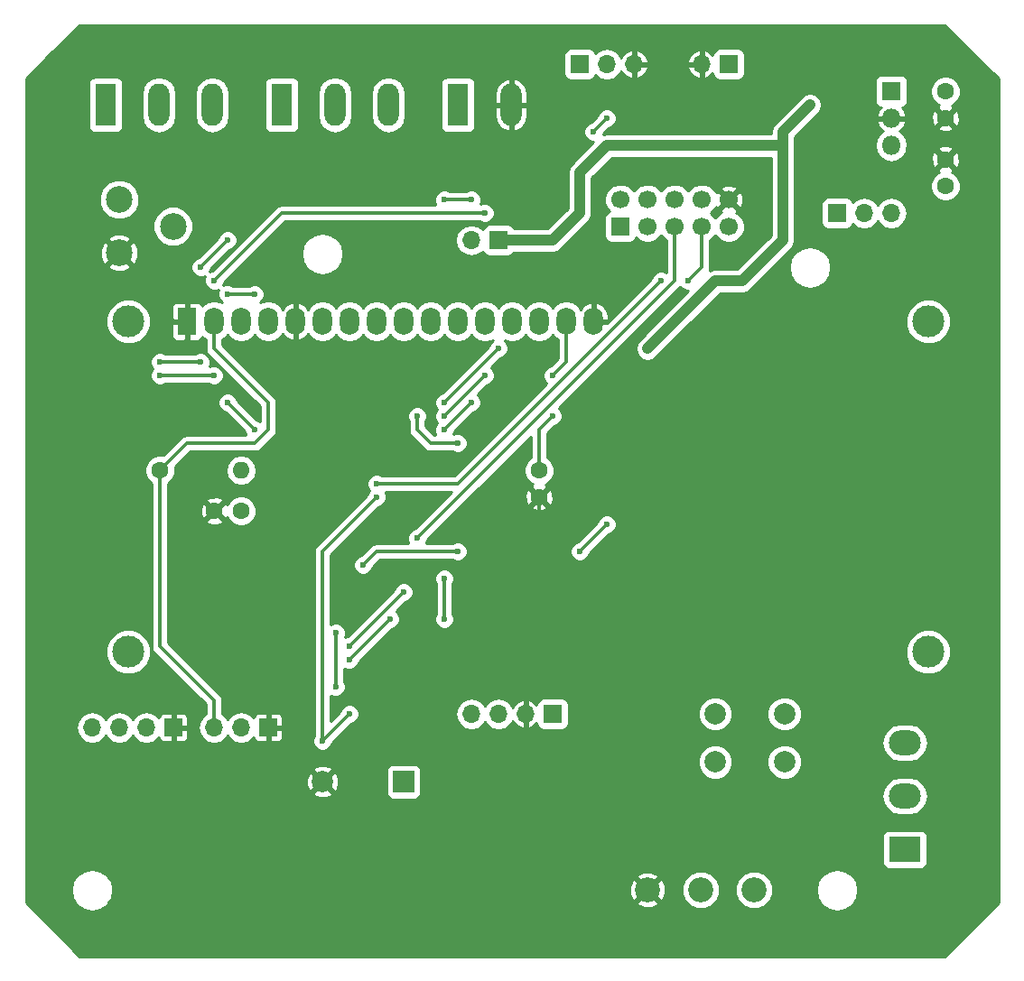
<source format=gbr>
G04 #@! TF.FileFunction,Copper,L2,Bot,Signal*
%FSLAX46Y46*%
G04 Gerber Fmt 4.6, Leading zero omitted, Abs format (unit mm)*
G04 Created by KiCad (PCBNEW 4.0.7) date Tuesday, 27 March 2018 13:53:10*
%MOMM*%
%LPD*%
G01*
G04 APERTURE LIST*
%ADD10C,0.100000*%
%ADD11R,2.000000X2.000000*%
%ADD12C,2.000000*%
%ADD13C,1.600000*%
%ADD14C,2.500000*%
%ADD15R,1.700000X1.700000*%
%ADD16O,1.700000X1.700000*%
%ADD17R,1.980000X3.960000*%
%ADD18O,1.980000X3.960000*%
%ADD19O,1.600000X1.600000*%
%ADD20C,1.700000*%
%ADD21R,3.000000X2.350000*%
%ADD22O,3.000000X2.350000*%
%ADD23C,2.340000*%
%ADD24R,1.800000X1.800000*%
%ADD25O,1.800000X1.800000*%
%ADD26R,1.800000X2.600000*%
%ADD27O,1.800000X2.600000*%
%ADD28C,3.000000*%
%ADD29C,0.600000*%
%ADD30C,0.300000*%
%ADD31C,1.000000*%
%ADD32C,0.254000*%
G04 APERTURE END LIST*
D10*
D11*
X135890000Y-113030000D03*
D12*
X128290000Y-113030000D03*
D13*
X186690000Y-48260000D03*
X186690000Y-50760000D03*
X186690000Y-57150000D03*
X186690000Y-54650000D03*
X148590000Y-83820000D03*
X148590000Y-86320000D03*
X120650000Y-87630000D03*
X118150000Y-87630000D03*
D14*
X114260000Y-60920000D03*
X109220000Y-63420000D03*
X109220000Y-58420000D03*
D15*
X176530000Y-59690000D03*
D16*
X179070000Y-59690000D03*
X181610000Y-59690000D03*
D15*
X149860000Y-106680000D03*
D16*
X147320000Y-106680000D03*
X144780000Y-106680000D03*
X142240000Y-106680000D03*
D15*
X123190000Y-107950000D03*
D16*
X120650000Y-107950000D03*
X118110000Y-107950000D03*
D17*
X140970000Y-49530000D03*
D18*
X145970000Y-49530000D03*
D17*
X107950000Y-49530000D03*
D18*
X112950000Y-49530000D03*
X117950000Y-49530000D03*
D15*
X152400000Y-45720000D03*
D16*
X154940000Y-45720000D03*
X157480000Y-45720000D03*
D17*
X124460000Y-49530000D03*
D18*
X129460000Y-49530000D03*
X134460000Y-49530000D03*
D15*
X114300000Y-107950000D03*
D16*
X111760000Y-107950000D03*
X109220000Y-107950000D03*
X106680000Y-107950000D03*
D15*
X166370000Y-45720000D03*
D16*
X163830000Y-45720000D03*
D13*
X113030000Y-83820000D03*
D19*
X120650000Y-83820000D03*
D15*
X156210000Y-60960000D03*
D20*
X156210000Y-58420000D03*
X158750000Y-60960000D03*
X158750000Y-58420000D03*
X161290000Y-60960000D03*
X161290000Y-58420000D03*
X163830000Y-60960000D03*
X163830000Y-58420000D03*
X166370000Y-60960000D03*
X166370000Y-58420000D03*
D21*
X182880000Y-119380000D03*
D22*
X182880000Y-114380000D03*
X182880000Y-109380000D03*
D12*
X165100000Y-111180000D03*
X165100000Y-106680000D03*
X171600000Y-111180000D03*
X171600000Y-106680000D03*
D23*
X168750000Y-123190000D03*
X163750000Y-123190000D03*
X158750000Y-123190000D03*
D24*
X181610000Y-48260000D03*
D25*
X181610000Y-50800000D03*
X181610000Y-53340000D03*
D26*
X115570000Y-69850000D03*
D27*
X118110000Y-69850000D03*
X120650000Y-69850000D03*
X123190000Y-69850000D03*
X125730000Y-69850000D03*
X128270000Y-69850000D03*
X130810000Y-69850000D03*
X133350000Y-69850000D03*
X135890000Y-69850000D03*
X138430000Y-69850000D03*
X140970000Y-69850000D03*
X143510000Y-69850000D03*
X146050000Y-69850000D03*
X148590000Y-69850000D03*
X151130000Y-69850000D03*
X153670000Y-69850000D03*
D28*
X110070900Y-69850000D03*
X110070900Y-100850700D03*
X185069480Y-100850700D03*
X185070000Y-69850000D03*
D15*
X144780000Y-62230000D03*
D16*
X142240000Y-62230000D03*
D29*
X139700000Y-97790000D03*
X139700000Y-93980000D03*
X151130000Y-88900000D03*
X175260000Y-104140000D03*
X173990000Y-49530000D03*
X158750000Y-72390000D03*
X149860000Y-78740000D03*
X149860000Y-74930000D03*
X133350000Y-86360000D03*
X130810000Y-106680000D03*
X128270000Y-109220000D03*
X137160000Y-78740000D03*
X140970000Y-81280000D03*
X142240000Y-77470000D03*
X139700000Y-80010000D03*
X143510000Y-74930000D03*
X139700000Y-78740000D03*
X144780000Y-72390000D03*
X139700000Y-77470000D03*
X154940000Y-50800000D03*
X153670000Y-52070000D03*
X142240000Y-58420000D03*
X139700000Y-58420000D03*
X119380000Y-62230000D03*
X116840000Y-64770000D03*
X113030000Y-73660000D03*
X116840000Y-73660000D03*
X134620000Y-97790000D03*
X130810000Y-101600000D03*
X135890000Y-95250000D03*
X130810000Y-100330000D03*
X143510000Y-59690000D03*
X118110000Y-66040000D03*
X137160000Y-90170000D03*
X162560000Y-66040000D03*
X160020000Y-66040000D03*
X133350000Y-85090000D03*
X121920000Y-67310000D03*
X119380000Y-67310000D03*
X119380000Y-77470000D03*
X121920000Y-80010000D03*
X118110000Y-74930000D03*
X113030000Y-74930000D03*
X154940000Y-88900000D03*
X152400000Y-91440000D03*
X140970000Y-91440000D03*
X132080000Y-92710000D03*
X129540000Y-99060000D03*
X129540000Y-104140000D03*
D30*
X139700000Y-93980000D02*
X139700000Y-97790000D01*
X148590000Y-88900000D02*
X148590000Y-86320000D01*
X151130000Y-88900000D02*
X148590000Y-88900000D01*
D31*
X144780000Y-62230000D02*
X149860000Y-62230000D01*
X154940000Y-53340000D02*
X171450000Y-53340000D01*
X152400000Y-55880000D02*
X154940000Y-53340000D01*
X152400000Y-59690000D02*
X152400000Y-55880000D01*
X149860000Y-62230000D02*
X152400000Y-59690000D01*
X171450000Y-52070000D02*
X173990000Y-49530000D01*
X171450000Y-62230000D02*
X171450000Y-53340000D01*
X171450000Y-53340000D02*
X171450000Y-52070000D01*
X167640000Y-66040000D02*
X171450000Y-62230000D01*
X165100000Y-66040000D02*
X167640000Y-66040000D01*
X158750000Y-72390000D02*
X165100000Y-66040000D01*
D30*
X118110000Y-69850000D02*
X118110000Y-72390000D01*
X115570000Y-81280000D02*
X113030000Y-83820000D01*
X121920000Y-81280000D02*
X115570000Y-81280000D01*
X123190000Y-80010000D02*
X121920000Y-81280000D01*
X123190000Y-77470000D02*
X123190000Y-80010000D01*
X118110000Y-72390000D02*
X123190000Y-77470000D01*
X118110000Y-107950000D02*
X118110000Y-105410000D01*
X113030000Y-100330000D02*
X113030000Y-83820000D01*
X118110000Y-105410000D02*
X113030000Y-100330000D01*
X151130000Y-69850000D02*
X151130000Y-73660000D01*
X148590000Y-80010000D02*
X148590000Y-83820000D01*
X149860000Y-78740000D02*
X148590000Y-80010000D01*
X151130000Y-73660000D02*
X149860000Y-74930000D01*
X128270000Y-91440000D02*
X128270000Y-109220000D01*
X133350000Y-86360000D02*
X128270000Y-91440000D01*
X130810000Y-106680000D02*
X128270000Y-109220000D01*
X137160000Y-80010000D02*
X137160000Y-78740000D01*
X138430000Y-81280000D02*
X137160000Y-80010000D01*
X140970000Y-81280000D02*
X138430000Y-81280000D01*
X139700000Y-80010000D02*
X142240000Y-77470000D01*
X139700000Y-78740000D02*
X143510000Y-74930000D01*
X139700000Y-77470000D02*
X144780000Y-72390000D01*
X153670000Y-52070000D02*
X154940000Y-50800000D01*
X139700000Y-58420000D02*
X142240000Y-58420000D01*
X116840000Y-64770000D02*
X119380000Y-62230000D01*
X116840000Y-73660000D02*
X113030000Y-73660000D01*
X130810000Y-101600000D02*
X134620000Y-97790000D01*
X130810000Y-100330000D02*
X135890000Y-95250000D01*
X124460000Y-59690000D02*
X143510000Y-59690000D01*
X118110000Y-66040000D02*
X124460000Y-59690000D01*
X161290000Y-66040000D02*
X161290000Y-60960000D01*
X137160000Y-90170000D02*
X161290000Y-66040000D01*
X163830000Y-64770000D02*
X163830000Y-60960000D01*
X162560000Y-66040000D02*
X163830000Y-64770000D01*
X140970000Y-85090000D02*
X160020000Y-66040000D01*
X133350000Y-85090000D02*
X140970000Y-85090000D01*
X119380000Y-67310000D02*
X121920000Y-67310000D01*
X121920000Y-80010000D02*
X119380000Y-77470000D01*
X113030000Y-74930000D02*
X118110000Y-74930000D01*
X152400000Y-91440000D02*
X154940000Y-88900000D01*
X133350000Y-91440000D02*
X140970000Y-91440000D01*
X132080000Y-92710000D02*
X133350000Y-91440000D01*
X129540000Y-104140000D02*
X129540000Y-99060000D01*
D32*
G36*
X191643000Y-47042606D02*
X191643000Y-124407394D01*
X186637394Y-129413000D01*
X105462606Y-129413000D01*
X100457000Y-124407394D01*
X100457000Y-123190000D01*
X104700000Y-123190000D01*
X104850719Y-123947713D01*
X105279929Y-124590071D01*
X105922287Y-125019281D01*
X106680000Y-125170000D01*
X107437713Y-125019281D01*
X108080071Y-124590071D01*
X108202704Y-124406537D01*
X157713068Y-124406537D01*
X157838475Y-124660671D01*
X158470662Y-124897548D01*
X159145376Y-124874467D01*
X159661525Y-124660671D01*
X159786932Y-124406537D01*
X158750000Y-123369605D01*
X157713068Y-124406537D01*
X108202704Y-124406537D01*
X108509281Y-123947713D01*
X108660000Y-123190000D01*
X108604437Y-122910662D01*
X157042452Y-122910662D01*
X157065533Y-123585376D01*
X157279329Y-124101525D01*
X157533463Y-124226932D01*
X158570395Y-123190000D01*
X158929605Y-123190000D01*
X159966537Y-124226932D01*
X160220671Y-124101525D01*
X160428275Y-123547462D01*
X161944687Y-123547462D01*
X162218903Y-124211115D01*
X162726215Y-124719312D01*
X163389388Y-124994686D01*
X164107462Y-124995313D01*
X164771115Y-124721097D01*
X165279312Y-124213785D01*
X165554686Y-123550612D01*
X165554688Y-123547462D01*
X166944687Y-123547462D01*
X167218903Y-124211115D01*
X167726215Y-124719312D01*
X168389388Y-124994686D01*
X169107462Y-124995313D01*
X169771115Y-124721097D01*
X170279312Y-124213785D01*
X170554686Y-123550612D01*
X170555000Y-123190000D01*
X174550000Y-123190000D01*
X174700719Y-123947713D01*
X175129929Y-124590071D01*
X175772287Y-125019281D01*
X176530000Y-125170000D01*
X177287713Y-125019281D01*
X177930071Y-124590071D01*
X178359281Y-123947713D01*
X178510000Y-123190000D01*
X178359281Y-122432287D01*
X177930071Y-121789929D01*
X177287713Y-121360719D01*
X176530000Y-121210000D01*
X175772287Y-121360719D01*
X175129929Y-121789929D01*
X174700719Y-122432287D01*
X174550000Y-123190000D01*
X170555000Y-123190000D01*
X170555313Y-122832538D01*
X170281097Y-122168885D01*
X169773785Y-121660688D01*
X169110612Y-121385314D01*
X168392538Y-121384687D01*
X167728885Y-121658903D01*
X167220688Y-122166215D01*
X166945314Y-122829388D01*
X166944687Y-123547462D01*
X165554688Y-123547462D01*
X165555313Y-122832538D01*
X165281097Y-122168885D01*
X164773785Y-121660688D01*
X164110612Y-121385314D01*
X163392538Y-121384687D01*
X162728885Y-121658903D01*
X162220688Y-122166215D01*
X161945314Y-122829388D01*
X161944687Y-123547462D01*
X160428275Y-123547462D01*
X160457548Y-123469338D01*
X160434467Y-122794624D01*
X160220671Y-122278475D01*
X159966537Y-122153068D01*
X158929605Y-123190000D01*
X158570395Y-123190000D01*
X157533463Y-122153068D01*
X157279329Y-122278475D01*
X157042452Y-122910662D01*
X108604437Y-122910662D01*
X108509281Y-122432287D01*
X108202705Y-121973463D01*
X157713068Y-121973463D01*
X158750000Y-123010395D01*
X159786932Y-121973463D01*
X159661525Y-121719329D01*
X159029338Y-121482452D01*
X158354624Y-121505533D01*
X157838475Y-121719329D01*
X157713068Y-121973463D01*
X108202705Y-121973463D01*
X108080071Y-121789929D01*
X107437713Y-121360719D01*
X106680000Y-121210000D01*
X105922287Y-121360719D01*
X105279929Y-121789929D01*
X104850719Y-122432287D01*
X104700000Y-123190000D01*
X100457000Y-123190000D01*
X100457000Y-118205000D01*
X180732560Y-118205000D01*
X180732560Y-120555000D01*
X180776838Y-120790317D01*
X180915910Y-121006441D01*
X181128110Y-121151431D01*
X181380000Y-121202440D01*
X184380000Y-121202440D01*
X184615317Y-121158162D01*
X184831441Y-121019090D01*
X184976431Y-120806890D01*
X185027440Y-120555000D01*
X185027440Y-118205000D01*
X184983162Y-117969683D01*
X184844090Y-117753559D01*
X184631890Y-117608569D01*
X184380000Y-117557560D01*
X181380000Y-117557560D01*
X181144683Y-117601838D01*
X180928559Y-117740910D01*
X180783569Y-117953110D01*
X180732560Y-118205000D01*
X100457000Y-118205000D01*
X100457000Y-114123538D01*
X127376067Y-114123538D01*
X127480663Y-114360023D01*
X128051248Y-114568501D01*
X128658181Y-114542756D01*
X129099337Y-114360023D01*
X129203933Y-114123538D01*
X128290000Y-113209605D01*
X127376067Y-114123538D01*
X100457000Y-114123538D01*
X100457000Y-112791248D01*
X126751499Y-112791248D01*
X126777244Y-113398181D01*
X126959977Y-113839337D01*
X127196462Y-113943933D01*
X128110395Y-113030000D01*
X128469605Y-113030000D01*
X129383538Y-113943933D01*
X129620023Y-113839337D01*
X129828501Y-113268752D01*
X129802756Y-112661819D01*
X129620023Y-112220663D01*
X129383538Y-112116067D01*
X128469605Y-113030000D01*
X128110395Y-113030000D01*
X127196462Y-112116067D01*
X126959977Y-112220663D01*
X126751499Y-112791248D01*
X100457000Y-112791248D01*
X100457000Y-111936462D01*
X127376067Y-111936462D01*
X128290000Y-112850395D01*
X129110395Y-112030000D01*
X134242560Y-112030000D01*
X134242560Y-114030000D01*
X134286838Y-114265317D01*
X134425910Y-114481441D01*
X134638110Y-114626431D01*
X134890000Y-114677440D01*
X136890000Y-114677440D01*
X137125317Y-114633162D01*
X137341441Y-114494090D01*
X137419395Y-114380000D01*
X180703173Y-114380000D01*
X180840951Y-115072657D01*
X181233310Y-115659863D01*
X181820516Y-116052222D01*
X182513173Y-116190000D01*
X183246827Y-116190000D01*
X183939484Y-116052222D01*
X184526690Y-115659863D01*
X184919049Y-115072657D01*
X185056827Y-114380000D01*
X184919049Y-113687343D01*
X184526690Y-113100137D01*
X183939484Y-112707778D01*
X183246827Y-112570000D01*
X182513173Y-112570000D01*
X181820516Y-112707778D01*
X181233310Y-113100137D01*
X180840951Y-113687343D01*
X180703173Y-114380000D01*
X137419395Y-114380000D01*
X137486431Y-114281890D01*
X137537440Y-114030000D01*
X137537440Y-112030000D01*
X137493162Y-111794683D01*
X137354090Y-111578559D01*
X137244670Y-111503795D01*
X163464716Y-111503795D01*
X163713106Y-112104943D01*
X164172637Y-112565278D01*
X164773352Y-112814716D01*
X165423795Y-112815284D01*
X166024943Y-112566894D01*
X166485278Y-112107363D01*
X166734716Y-111506648D01*
X166734718Y-111503795D01*
X169964716Y-111503795D01*
X170213106Y-112104943D01*
X170672637Y-112565278D01*
X171273352Y-112814716D01*
X171923795Y-112815284D01*
X172524943Y-112566894D01*
X172985278Y-112107363D01*
X173234716Y-111506648D01*
X173235284Y-110856205D01*
X172986894Y-110255057D01*
X172527363Y-109794722D01*
X171926648Y-109545284D01*
X171276205Y-109544716D01*
X170675057Y-109793106D01*
X170214722Y-110252637D01*
X169965284Y-110853352D01*
X169964716Y-111503795D01*
X166734718Y-111503795D01*
X166735284Y-110856205D01*
X166486894Y-110255057D01*
X166027363Y-109794722D01*
X165426648Y-109545284D01*
X164776205Y-109544716D01*
X164175057Y-109793106D01*
X163714722Y-110252637D01*
X163465284Y-110853352D01*
X163464716Y-111503795D01*
X137244670Y-111503795D01*
X137141890Y-111433569D01*
X136890000Y-111382560D01*
X134890000Y-111382560D01*
X134654683Y-111426838D01*
X134438559Y-111565910D01*
X134293569Y-111778110D01*
X134242560Y-112030000D01*
X129110395Y-112030000D01*
X129203933Y-111936462D01*
X129099337Y-111699977D01*
X128528752Y-111491499D01*
X127921819Y-111517244D01*
X127480663Y-111699977D01*
X127376067Y-111936462D01*
X100457000Y-111936462D01*
X100457000Y-107920907D01*
X105195000Y-107920907D01*
X105195000Y-107979093D01*
X105308039Y-108547378D01*
X105629946Y-109029147D01*
X106111715Y-109351054D01*
X106680000Y-109464093D01*
X107248285Y-109351054D01*
X107730054Y-109029147D01*
X107950000Y-108699974D01*
X108169946Y-109029147D01*
X108651715Y-109351054D01*
X109220000Y-109464093D01*
X109788285Y-109351054D01*
X110270054Y-109029147D01*
X110490000Y-108699974D01*
X110709946Y-109029147D01*
X111191715Y-109351054D01*
X111760000Y-109464093D01*
X112328285Y-109351054D01*
X112810054Y-109029147D01*
X112923000Y-108860111D01*
X112923000Y-108904827D01*
X113003231Y-109098522D01*
X113151479Y-109246769D01*
X113345173Y-109327000D01*
X114041250Y-109327000D01*
X114173000Y-109195250D01*
X114173000Y-108077000D01*
X114427000Y-108077000D01*
X114427000Y-109195250D01*
X114558750Y-109327000D01*
X115254827Y-109327000D01*
X115448521Y-109246769D01*
X115596769Y-109098522D01*
X115677000Y-108904827D01*
X115677000Y-108208750D01*
X115545250Y-108077000D01*
X114427000Y-108077000D01*
X114173000Y-108077000D01*
X114153000Y-108077000D01*
X114153000Y-107823000D01*
X114173000Y-107823000D01*
X114173000Y-106704750D01*
X114427000Y-106704750D01*
X114427000Y-107823000D01*
X115545250Y-107823000D01*
X115677000Y-107691250D01*
X115677000Y-106995173D01*
X115596769Y-106801478D01*
X115448521Y-106653231D01*
X115254827Y-106573000D01*
X114558750Y-106573000D01*
X114427000Y-106704750D01*
X114173000Y-106704750D01*
X114041250Y-106573000D01*
X113345173Y-106573000D01*
X113151479Y-106653231D01*
X113003231Y-106801478D01*
X112923000Y-106995173D01*
X112923000Y-107039889D01*
X112810054Y-106870853D01*
X112328285Y-106548946D01*
X111760000Y-106435907D01*
X111191715Y-106548946D01*
X110709946Y-106870853D01*
X110490000Y-107200026D01*
X110270054Y-106870853D01*
X109788285Y-106548946D01*
X109220000Y-106435907D01*
X108651715Y-106548946D01*
X108169946Y-106870853D01*
X107950000Y-107200026D01*
X107730054Y-106870853D01*
X107248285Y-106548946D01*
X106680000Y-106435907D01*
X106111715Y-106548946D01*
X105629946Y-106870853D01*
X105308039Y-107352622D01*
X105195000Y-107920907D01*
X100457000Y-107920907D01*
X100457000Y-101273515D01*
X107935530Y-101273515D01*
X108259880Y-102058500D01*
X108859941Y-102659609D01*
X109644359Y-102985328D01*
X110493715Y-102986070D01*
X111278700Y-102661720D01*
X111879809Y-102061659D01*
X112205528Y-101277241D01*
X112206270Y-100427885D01*
X111881920Y-99642900D01*
X111281859Y-99041791D01*
X110497441Y-98716072D01*
X109648085Y-98715330D01*
X108863100Y-99039680D01*
X108261991Y-99639741D01*
X107936272Y-100424159D01*
X107935530Y-101273515D01*
X100457000Y-101273515D01*
X100457000Y-84104187D01*
X111594752Y-84104187D01*
X111812757Y-84631800D01*
X112216077Y-85035824D01*
X112245000Y-85047834D01*
X112245000Y-100330000D01*
X112304755Y-100630407D01*
X112474921Y-100885079D01*
X117325000Y-105735158D01*
X117325000Y-106693750D01*
X117059946Y-106870853D01*
X116738039Y-107352622D01*
X116625000Y-107920907D01*
X116625000Y-107979093D01*
X116738039Y-108547378D01*
X117059946Y-109029147D01*
X117541715Y-109351054D01*
X118110000Y-109464093D01*
X118678285Y-109351054D01*
X119160054Y-109029147D01*
X119380000Y-108699974D01*
X119599946Y-109029147D01*
X120081715Y-109351054D01*
X120650000Y-109464093D01*
X121218285Y-109351054D01*
X121700054Y-109029147D01*
X121813000Y-108860111D01*
X121813000Y-108904827D01*
X121893231Y-109098522D01*
X122041479Y-109246769D01*
X122235173Y-109327000D01*
X122931250Y-109327000D01*
X123063000Y-109195250D01*
X123063000Y-108077000D01*
X123317000Y-108077000D01*
X123317000Y-109195250D01*
X123448750Y-109327000D01*
X124144827Y-109327000D01*
X124338521Y-109246769D01*
X124486769Y-109098522D01*
X124567000Y-108904827D01*
X124567000Y-108208750D01*
X124435250Y-108077000D01*
X123317000Y-108077000D01*
X123063000Y-108077000D01*
X123043000Y-108077000D01*
X123043000Y-107823000D01*
X123063000Y-107823000D01*
X123063000Y-106704750D01*
X123317000Y-106704750D01*
X123317000Y-107823000D01*
X124435250Y-107823000D01*
X124567000Y-107691250D01*
X124567000Y-106995173D01*
X124486769Y-106801478D01*
X124338521Y-106653231D01*
X124144827Y-106573000D01*
X123448750Y-106573000D01*
X123317000Y-106704750D01*
X123063000Y-106704750D01*
X122931250Y-106573000D01*
X122235173Y-106573000D01*
X122041479Y-106653231D01*
X121893231Y-106801478D01*
X121813000Y-106995173D01*
X121813000Y-107039889D01*
X121700054Y-106870853D01*
X121218285Y-106548946D01*
X120650000Y-106435907D01*
X120081715Y-106548946D01*
X119599946Y-106870853D01*
X119380000Y-107200026D01*
X119160054Y-106870853D01*
X118895000Y-106693750D01*
X118895000Y-105410000D01*
X118835245Y-105109594D01*
X118665079Y-104854921D01*
X113815000Y-100004842D01*
X113815000Y-88578673D01*
X117380932Y-88578673D01*
X117460985Y-88794413D01*
X117959035Y-88969453D01*
X118486157Y-88940572D01*
X118839015Y-88794413D01*
X118919068Y-88578673D01*
X118150000Y-87809605D01*
X117380932Y-88578673D01*
X113815000Y-88578673D01*
X113815000Y-87439035D01*
X116810547Y-87439035D01*
X116839428Y-87966157D01*
X116985587Y-88319015D01*
X117201327Y-88399068D01*
X117970395Y-87630000D01*
X118329605Y-87630000D01*
X119098673Y-88399068D01*
X119314413Y-88319015D01*
X119345489Y-88230594D01*
X119432757Y-88441800D01*
X119836077Y-88845824D01*
X120363309Y-89064750D01*
X120934187Y-89065248D01*
X121461800Y-88847243D01*
X121865824Y-88443923D01*
X122084750Y-87916691D01*
X122085248Y-87345813D01*
X121867243Y-86818200D01*
X121463923Y-86414176D01*
X120936691Y-86195250D01*
X120365813Y-86194752D01*
X119838200Y-86412757D01*
X119434176Y-86816077D01*
X119348319Y-87022842D01*
X119314413Y-86940985D01*
X119098673Y-86860932D01*
X118329605Y-87630000D01*
X117970395Y-87630000D01*
X117201327Y-86860932D01*
X116985587Y-86940985D01*
X116810547Y-87439035D01*
X113815000Y-87439035D01*
X113815000Y-86681327D01*
X117380932Y-86681327D01*
X118150000Y-87450395D01*
X118919068Y-86681327D01*
X118839015Y-86465587D01*
X118340965Y-86290547D01*
X117813843Y-86319428D01*
X117460985Y-86465587D01*
X117380932Y-86681327D01*
X113815000Y-86681327D01*
X113815000Y-85048317D01*
X113841800Y-85037243D01*
X114245824Y-84633923D01*
X114464750Y-84106691D01*
X114465000Y-83820000D01*
X119186887Y-83820000D01*
X119296120Y-84369151D01*
X119607189Y-84834698D01*
X120072736Y-85145767D01*
X120621887Y-85255000D01*
X120678113Y-85255000D01*
X121227264Y-85145767D01*
X121692811Y-84834698D01*
X122003880Y-84369151D01*
X122113113Y-83820000D01*
X122003880Y-83270849D01*
X121692811Y-82805302D01*
X121227264Y-82494233D01*
X120678113Y-82385000D01*
X120621887Y-82385000D01*
X120072736Y-82494233D01*
X119607189Y-82805302D01*
X119296120Y-83270849D01*
X119186887Y-83820000D01*
X114465000Y-83820000D01*
X114465248Y-83535813D01*
X114453289Y-83506869D01*
X115895158Y-82065000D01*
X121920000Y-82065000D01*
X122220407Y-82005245D01*
X122475079Y-81835079D01*
X123745079Y-80565079D01*
X123915245Y-80310407D01*
X123975000Y-80010000D01*
X123975000Y-77470000D01*
X123915245Y-77169594D01*
X123745079Y-76914921D01*
X118895000Y-72064842D01*
X118895000Y-71574045D01*
X119195409Y-71373318D01*
X119380000Y-71097058D01*
X119564591Y-71373318D01*
X120062581Y-71706064D01*
X120650000Y-71822909D01*
X121237419Y-71706064D01*
X121735409Y-71373318D01*
X121920000Y-71097058D01*
X122104591Y-71373318D01*
X122602581Y-71706064D01*
X123190000Y-71822909D01*
X123777419Y-71706064D01*
X124275409Y-71373318D01*
X124527153Y-70996557D01*
X124810761Y-71348844D01*
X125301243Y-71616977D01*
X125382217Y-71633971D01*
X125603000Y-71539009D01*
X125603000Y-69977000D01*
X125583000Y-69977000D01*
X125583000Y-69723000D01*
X125603000Y-69723000D01*
X125603000Y-68160991D01*
X125857000Y-68160991D01*
X125857000Y-69723000D01*
X125877000Y-69723000D01*
X125877000Y-69977000D01*
X125857000Y-69977000D01*
X125857000Y-71539009D01*
X126077783Y-71633971D01*
X126158757Y-71616977D01*
X126649239Y-71348844D01*
X126932847Y-70996557D01*
X127184591Y-71373318D01*
X127682581Y-71706064D01*
X128270000Y-71822909D01*
X128857419Y-71706064D01*
X129355409Y-71373318D01*
X129540000Y-71097058D01*
X129724591Y-71373318D01*
X130222581Y-71706064D01*
X130810000Y-71822909D01*
X131397419Y-71706064D01*
X131895409Y-71373318D01*
X132080000Y-71097058D01*
X132264591Y-71373318D01*
X132762581Y-71706064D01*
X133350000Y-71822909D01*
X133937419Y-71706064D01*
X134435409Y-71373318D01*
X134620000Y-71097058D01*
X134804591Y-71373318D01*
X135302581Y-71706064D01*
X135890000Y-71822909D01*
X136477419Y-71706064D01*
X136975409Y-71373318D01*
X137160000Y-71097058D01*
X137344591Y-71373318D01*
X137842581Y-71706064D01*
X138430000Y-71822909D01*
X139017419Y-71706064D01*
X139515409Y-71373318D01*
X139700000Y-71097058D01*
X139884591Y-71373318D01*
X140382581Y-71706064D01*
X140970000Y-71822909D01*
X141557419Y-71706064D01*
X142055409Y-71373318D01*
X142240000Y-71097058D01*
X142424591Y-71373318D01*
X142922581Y-71706064D01*
X143510000Y-71822909D01*
X144097419Y-71706064D01*
X144231294Y-71616612D01*
X143987808Y-71859673D01*
X143845162Y-72203201D01*
X143845152Y-72214690D01*
X139524995Y-76534847D01*
X139514833Y-76534838D01*
X139171057Y-76676883D01*
X138907808Y-76939673D01*
X138765162Y-77283201D01*
X138764838Y-77655167D01*
X138906883Y-77998943D01*
X139012710Y-78104954D01*
X138907808Y-78209673D01*
X138765162Y-78553201D01*
X138764838Y-78925167D01*
X138906883Y-79268943D01*
X139012710Y-79374954D01*
X138907808Y-79479673D01*
X138765162Y-79823201D01*
X138764838Y-80195167D01*
X138888726Y-80495000D01*
X138755158Y-80495000D01*
X137945000Y-79684842D01*
X137945000Y-79277506D01*
X137952192Y-79270327D01*
X138094838Y-78926799D01*
X138095162Y-78554833D01*
X137953117Y-78211057D01*
X137690327Y-77947808D01*
X137346799Y-77805162D01*
X136974833Y-77804838D01*
X136631057Y-77946883D01*
X136367808Y-78209673D01*
X136225162Y-78553201D01*
X136224838Y-78925167D01*
X136366883Y-79268943D01*
X136375000Y-79277074D01*
X136375000Y-80010000D01*
X136434755Y-80310407D01*
X136604921Y-80565079D01*
X137874921Y-81835079D01*
X138129593Y-82005245D01*
X138430000Y-82065000D01*
X140432494Y-82065000D01*
X140439673Y-82072192D01*
X140783201Y-82214838D01*
X141155167Y-82215162D01*
X141498943Y-82073117D01*
X141762192Y-81810327D01*
X141904838Y-81466799D01*
X141905162Y-81094833D01*
X141763117Y-80751057D01*
X141500327Y-80487808D01*
X141156799Y-80345162D01*
X140784833Y-80344838D01*
X140529570Y-80450310D01*
X140634838Y-80196799D01*
X140634848Y-80185310D01*
X142415005Y-78405153D01*
X142425167Y-78405162D01*
X142768943Y-78263117D01*
X143032192Y-78000327D01*
X143174838Y-77656799D01*
X143175162Y-77284833D01*
X143033117Y-76941057D01*
X142821294Y-76728864D01*
X143685005Y-75865153D01*
X143695167Y-75865162D01*
X144038943Y-75723117D01*
X144302192Y-75460327D01*
X144444838Y-75116799D01*
X144445162Y-74744833D01*
X144303117Y-74401057D01*
X144091294Y-74188864D01*
X144955005Y-73325153D01*
X144965167Y-73325162D01*
X145308943Y-73183117D01*
X145572192Y-72920327D01*
X145714838Y-72576799D01*
X145715162Y-72204833D01*
X145573117Y-71861057D01*
X145329883Y-71617398D01*
X145462581Y-71706064D01*
X146050000Y-71822909D01*
X146637419Y-71706064D01*
X147135409Y-71373318D01*
X147320000Y-71097058D01*
X147504591Y-71373318D01*
X148002581Y-71706064D01*
X148590000Y-71822909D01*
X149177419Y-71706064D01*
X149675409Y-71373318D01*
X149860000Y-71097058D01*
X150044591Y-71373318D01*
X150345000Y-71574045D01*
X150345000Y-73334842D01*
X149684995Y-73994847D01*
X149674833Y-73994838D01*
X149331057Y-74136883D01*
X149067808Y-74399673D01*
X148925162Y-74743201D01*
X148924838Y-75115167D01*
X149066883Y-75458943D01*
X149278706Y-75671136D01*
X140644842Y-84305000D01*
X133887506Y-84305000D01*
X133880327Y-84297808D01*
X133536799Y-84155162D01*
X133164833Y-84154838D01*
X132821057Y-84296883D01*
X132557808Y-84559673D01*
X132415162Y-84903201D01*
X132414838Y-85275167D01*
X132556883Y-85618943D01*
X132662710Y-85724954D01*
X132557808Y-85829673D01*
X132415162Y-86173201D01*
X132415152Y-86184690D01*
X127714921Y-90884921D01*
X127544755Y-91139593D01*
X127544755Y-91139594D01*
X127485000Y-91440000D01*
X127485000Y-108682494D01*
X127477808Y-108689673D01*
X127335162Y-109033201D01*
X127334838Y-109405167D01*
X127476883Y-109748943D01*
X127739673Y-110012192D01*
X128083201Y-110154838D01*
X128455167Y-110155162D01*
X128798943Y-110013117D01*
X129062192Y-109750327D01*
X129204838Y-109406799D01*
X129204848Y-109395310D01*
X129220158Y-109380000D01*
X180703173Y-109380000D01*
X180840951Y-110072657D01*
X181233310Y-110659863D01*
X181820516Y-111052222D01*
X182513173Y-111190000D01*
X183246827Y-111190000D01*
X183939484Y-111052222D01*
X184526690Y-110659863D01*
X184919049Y-110072657D01*
X185056827Y-109380000D01*
X184919049Y-108687343D01*
X184526690Y-108100137D01*
X183939484Y-107707778D01*
X183246827Y-107570000D01*
X182513173Y-107570000D01*
X181820516Y-107707778D01*
X181233310Y-108100137D01*
X180840951Y-108687343D01*
X180703173Y-109380000D01*
X129220158Y-109380000D01*
X130985005Y-107615153D01*
X130995167Y-107615162D01*
X131338943Y-107473117D01*
X131602192Y-107210327D01*
X131744838Y-106866799D01*
X131745026Y-106650907D01*
X140755000Y-106650907D01*
X140755000Y-106709093D01*
X140868039Y-107277378D01*
X141189946Y-107759147D01*
X141671715Y-108081054D01*
X142240000Y-108194093D01*
X142808285Y-108081054D01*
X143290054Y-107759147D01*
X143510000Y-107429974D01*
X143729946Y-107759147D01*
X144211715Y-108081054D01*
X144780000Y-108194093D01*
X145348285Y-108081054D01*
X145830054Y-107759147D01*
X146126700Y-107315183D01*
X146217267Y-107504704D01*
X146616808Y-107863925D01*
X146980071Y-108014383D01*
X147193000Y-107918757D01*
X147193000Y-106807000D01*
X147173000Y-106807000D01*
X147173000Y-106553000D01*
X147193000Y-106553000D01*
X147193000Y-105441243D01*
X147447000Y-105441243D01*
X147447000Y-106553000D01*
X147467000Y-106553000D01*
X147467000Y-106807000D01*
X147447000Y-106807000D01*
X147447000Y-107918757D01*
X147659929Y-108014383D01*
X148023192Y-107863925D01*
X148367196Y-107554637D01*
X148406838Y-107765317D01*
X148545910Y-107981441D01*
X148758110Y-108126431D01*
X149010000Y-108177440D01*
X150710000Y-108177440D01*
X150945317Y-108133162D01*
X151161441Y-107994090D01*
X151306431Y-107781890D01*
X151357440Y-107530000D01*
X151357440Y-107003795D01*
X163464716Y-107003795D01*
X163713106Y-107604943D01*
X164172637Y-108065278D01*
X164773352Y-108314716D01*
X165423795Y-108315284D01*
X166024943Y-108066894D01*
X166485278Y-107607363D01*
X166734716Y-107006648D01*
X166734718Y-107003795D01*
X169964716Y-107003795D01*
X170213106Y-107604943D01*
X170672637Y-108065278D01*
X171273352Y-108314716D01*
X171923795Y-108315284D01*
X172524943Y-108066894D01*
X172985278Y-107607363D01*
X173234716Y-107006648D01*
X173235284Y-106356205D01*
X172986894Y-105755057D01*
X172527363Y-105294722D01*
X171926648Y-105045284D01*
X171276205Y-105044716D01*
X170675057Y-105293106D01*
X170214722Y-105752637D01*
X169965284Y-106353352D01*
X169964716Y-107003795D01*
X166734718Y-107003795D01*
X166735284Y-106356205D01*
X166486894Y-105755057D01*
X166027363Y-105294722D01*
X165426648Y-105045284D01*
X164776205Y-105044716D01*
X164175057Y-105293106D01*
X163714722Y-105752637D01*
X163465284Y-106353352D01*
X163464716Y-107003795D01*
X151357440Y-107003795D01*
X151357440Y-105830000D01*
X151313162Y-105594683D01*
X151174090Y-105378559D01*
X150961890Y-105233569D01*
X150710000Y-105182560D01*
X149010000Y-105182560D01*
X148774683Y-105226838D01*
X148558559Y-105365910D01*
X148413569Y-105578110D01*
X148367495Y-105805632D01*
X148023192Y-105496075D01*
X147659929Y-105345617D01*
X147447000Y-105441243D01*
X147193000Y-105441243D01*
X146980071Y-105345617D01*
X146616808Y-105496075D01*
X146217267Y-105855296D01*
X146126700Y-106044817D01*
X145830054Y-105600853D01*
X145348285Y-105278946D01*
X144780000Y-105165907D01*
X144211715Y-105278946D01*
X143729946Y-105600853D01*
X143510000Y-105930026D01*
X143290054Y-105600853D01*
X142808285Y-105278946D01*
X142240000Y-105165907D01*
X141671715Y-105278946D01*
X141189946Y-105600853D01*
X140868039Y-106082622D01*
X140755000Y-106650907D01*
X131745026Y-106650907D01*
X131745162Y-106494833D01*
X131603117Y-106151057D01*
X131340327Y-105887808D01*
X130996799Y-105745162D01*
X130624833Y-105744838D01*
X130281057Y-105886883D01*
X130017808Y-106149673D01*
X129875162Y-106493201D01*
X129875152Y-106504690D01*
X129055000Y-107324842D01*
X129055000Y-104951014D01*
X129353201Y-105074838D01*
X129725167Y-105075162D01*
X130068943Y-104933117D01*
X130332192Y-104670327D01*
X130474838Y-104326799D01*
X130475162Y-103954833D01*
X130333117Y-103611057D01*
X130325000Y-103602926D01*
X130325000Y-102411014D01*
X130623201Y-102534838D01*
X130995167Y-102535162D01*
X131338943Y-102393117D01*
X131602192Y-102130327D01*
X131744838Y-101786799D01*
X131744848Y-101775310D01*
X132246643Y-101273515D01*
X182934110Y-101273515D01*
X183258460Y-102058500D01*
X183858521Y-102659609D01*
X184642939Y-102985328D01*
X185492295Y-102986070D01*
X186277280Y-102661720D01*
X186878389Y-102061659D01*
X187204108Y-101277241D01*
X187204850Y-100427885D01*
X186880500Y-99642900D01*
X186280439Y-99041791D01*
X185496021Y-98716072D01*
X184646665Y-98715330D01*
X183861680Y-99039680D01*
X183260571Y-99639741D01*
X182934852Y-100424159D01*
X182934110Y-101273515D01*
X132246643Y-101273515D01*
X134795005Y-98725153D01*
X134805167Y-98725162D01*
X135148943Y-98583117D01*
X135412192Y-98320327D01*
X135554838Y-97976799D01*
X135555162Y-97604833D01*
X135413117Y-97261057D01*
X135201294Y-97048864D01*
X136065005Y-96185153D01*
X136075167Y-96185162D01*
X136418943Y-96043117D01*
X136682192Y-95780327D01*
X136824838Y-95436799D01*
X136825162Y-95064833D01*
X136683117Y-94721057D01*
X136420327Y-94457808D01*
X136076799Y-94315162D01*
X135704833Y-94314838D01*
X135361057Y-94456883D01*
X135097808Y-94719673D01*
X134955162Y-95063201D01*
X134955152Y-95074690D01*
X130634995Y-99394847D01*
X130624833Y-99394838D01*
X130369570Y-99500310D01*
X130474838Y-99246799D01*
X130475162Y-98874833D01*
X130333117Y-98531057D01*
X130070327Y-98267808D01*
X129726799Y-98125162D01*
X129354833Y-98124838D01*
X129055000Y-98248726D01*
X129055000Y-94165167D01*
X138764838Y-94165167D01*
X138906883Y-94508943D01*
X138915000Y-94517074D01*
X138915000Y-97252494D01*
X138907808Y-97259673D01*
X138765162Y-97603201D01*
X138764838Y-97975167D01*
X138906883Y-98318943D01*
X139169673Y-98582192D01*
X139513201Y-98724838D01*
X139885167Y-98725162D01*
X140228943Y-98583117D01*
X140492192Y-98320327D01*
X140634838Y-97976799D01*
X140635162Y-97604833D01*
X140493117Y-97261057D01*
X140485000Y-97252926D01*
X140485000Y-94517506D01*
X140492192Y-94510327D01*
X140634838Y-94166799D01*
X140635162Y-93794833D01*
X140493117Y-93451057D01*
X140230327Y-93187808D01*
X139886799Y-93045162D01*
X139514833Y-93044838D01*
X139171057Y-93186883D01*
X138907808Y-93449673D01*
X138765162Y-93793201D01*
X138764838Y-94165167D01*
X129055000Y-94165167D01*
X129055000Y-91765158D01*
X133525005Y-87295153D01*
X133535167Y-87295162D01*
X133878943Y-87153117D01*
X134142192Y-86890327D01*
X134284838Y-86546799D01*
X134285162Y-86174833D01*
X134161274Y-85875000D01*
X140344842Y-85875000D01*
X136984995Y-89234847D01*
X136974833Y-89234838D01*
X136631057Y-89376883D01*
X136367808Y-89639673D01*
X136225162Y-89983201D01*
X136224838Y-90355167D01*
X136348726Y-90655000D01*
X133350000Y-90655000D01*
X133049593Y-90714755D01*
X132794921Y-90884921D01*
X131904995Y-91774847D01*
X131894833Y-91774838D01*
X131551057Y-91916883D01*
X131287808Y-92179673D01*
X131145162Y-92523201D01*
X131144838Y-92895167D01*
X131286883Y-93238943D01*
X131549673Y-93502192D01*
X131893201Y-93644838D01*
X132265167Y-93645162D01*
X132608943Y-93503117D01*
X132872192Y-93240327D01*
X133014838Y-92896799D01*
X133014848Y-92885310D01*
X133675158Y-92225000D01*
X140432494Y-92225000D01*
X140439673Y-92232192D01*
X140783201Y-92374838D01*
X141155167Y-92375162D01*
X141498943Y-92233117D01*
X141762192Y-91970327D01*
X141904838Y-91626799D01*
X141904839Y-91625167D01*
X151464838Y-91625167D01*
X151606883Y-91968943D01*
X151869673Y-92232192D01*
X152213201Y-92374838D01*
X152585167Y-92375162D01*
X152928943Y-92233117D01*
X153192192Y-91970327D01*
X153334838Y-91626799D01*
X153334848Y-91615310D01*
X155115005Y-89835153D01*
X155125167Y-89835162D01*
X155468943Y-89693117D01*
X155732192Y-89430327D01*
X155874838Y-89086799D01*
X155875162Y-88714833D01*
X155733117Y-88371057D01*
X155470327Y-88107808D01*
X155126799Y-87965162D01*
X154754833Y-87964838D01*
X154411057Y-88106883D01*
X154147808Y-88369673D01*
X154005162Y-88713201D01*
X154005152Y-88724690D01*
X152224995Y-90504847D01*
X152214833Y-90504838D01*
X151871057Y-90646883D01*
X151607808Y-90909673D01*
X151465162Y-91253201D01*
X151464838Y-91625167D01*
X141904839Y-91625167D01*
X141905162Y-91254833D01*
X141763117Y-90911057D01*
X141500327Y-90647808D01*
X141156799Y-90505162D01*
X140784833Y-90504838D01*
X140441057Y-90646883D01*
X140432926Y-90655000D01*
X137971014Y-90655000D01*
X138094838Y-90356799D01*
X138094848Y-90345310D01*
X141171485Y-87268673D01*
X147820932Y-87268673D01*
X147900985Y-87484413D01*
X148399035Y-87659453D01*
X148926157Y-87630572D01*
X149279015Y-87484413D01*
X149359068Y-87268673D01*
X148590000Y-86499605D01*
X147820932Y-87268673D01*
X141171485Y-87268673D01*
X142311123Y-86129035D01*
X147250547Y-86129035D01*
X147279428Y-86656157D01*
X147425587Y-87009015D01*
X147641327Y-87089068D01*
X148410395Y-86320000D01*
X148769605Y-86320000D01*
X149538673Y-87089068D01*
X149754413Y-87009015D01*
X149929453Y-86510965D01*
X149900572Y-85983843D01*
X149754413Y-85630985D01*
X149538673Y-85550932D01*
X148769605Y-86320000D01*
X148410395Y-86320000D01*
X147641327Y-85550932D01*
X147425587Y-85630985D01*
X147250547Y-86129035D01*
X142311123Y-86129035D01*
X147805000Y-80635158D01*
X147805000Y-82591683D01*
X147778200Y-82602757D01*
X147374176Y-83006077D01*
X147155250Y-83533309D01*
X147154752Y-84104187D01*
X147372757Y-84631800D01*
X147776077Y-85035824D01*
X147982842Y-85121681D01*
X147900985Y-85155587D01*
X147820932Y-85371327D01*
X148590000Y-86140395D01*
X149359068Y-85371327D01*
X149279015Y-85155587D01*
X149190594Y-85124511D01*
X149401800Y-85037243D01*
X149805824Y-84633923D01*
X150024750Y-84106691D01*
X150025248Y-83535813D01*
X149807243Y-83008200D01*
X149403923Y-82604176D01*
X149375000Y-82592166D01*
X149375000Y-80335158D01*
X150035005Y-79675153D01*
X150045167Y-79675162D01*
X150388943Y-79533117D01*
X150652192Y-79270327D01*
X150794838Y-78926799D01*
X150795162Y-78554833D01*
X150653117Y-78211057D01*
X150441294Y-77998864D01*
X161819003Y-66621155D01*
X162029673Y-66832192D01*
X162373201Y-66974838D01*
X162559867Y-66975001D01*
X157947434Y-71587434D01*
X157701397Y-71955655D01*
X157615000Y-72390000D01*
X157701397Y-72824345D01*
X157947434Y-73192566D01*
X158315655Y-73438603D01*
X158750000Y-73525000D01*
X159184345Y-73438603D01*
X159552566Y-73192566D01*
X162472317Y-70272815D01*
X182934630Y-70272815D01*
X183258980Y-71057800D01*
X183859041Y-71658909D01*
X184643459Y-71984628D01*
X185492815Y-71985370D01*
X186277800Y-71661020D01*
X186878909Y-71060959D01*
X187204628Y-70276541D01*
X187205370Y-69427185D01*
X186881020Y-68642200D01*
X186280959Y-68041091D01*
X185496541Y-67715372D01*
X184647185Y-67714630D01*
X183862200Y-68038980D01*
X183261091Y-68639041D01*
X182935372Y-69423459D01*
X182934630Y-70272815D01*
X162472317Y-70272815D01*
X165570132Y-67175000D01*
X167640000Y-67175000D01*
X168074346Y-67088603D01*
X168442566Y-66842566D01*
X170515132Y-64770000D01*
X172010000Y-64770000D01*
X172160719Y-65527713D01*
X172589929Y-66170071D01*
X173232287Y-66599281D01*
X173990000Y-66750000D01*
X174747713Y-66599281D01*
X175390071Y-66170071D01*
X175819281Y-65527713D01*
X175970000Y-64770000D01*
X175819281Y-64012287D01*
X175390071Y-63369929D01*
X174747713Y-62940719D01*
X173990000Y-62790000D01*
X173232287Y-62940719D01*
X172589929Y-63369929D01*
X172160719Y-64012287D01*
X172010000Y-64770000D01*
X170515132Y-64770000D01*
X172252566Y-63032566D01*
X172498604Y-62664345D01*
X172585000Y-62230000D01*
X172585000Y-58840000D01*
X175032560Y-58840000D01*
X175032560Y-60540000D01*
X175076838Y-60775317D01*
X175215910Y-60991441D01*
X175428110Y-61136431D01*
X175680000Y-61187440D01*
X177380000Y-61187440D01*
X177615317Y-61143162D01*
X177831441Y-61004090D01*
X177976431Y-60791890D01*
X177990086Y-60724459D01*
X178019946Y-60769147D01*
X178501715Y-61091054D01*
X179070000Y-61204093D01*
X179638285Y-61091054D01*
X180120054Y-60769147D01*
X180340000Y-60439974D01*
X180559946Y-60769147D01*
X181041715Y-61091054D01*
X181610000Y-61204093D01*
X182178285Y-61091054D01*
X182660054Y-60769147D01*
X182981961Y-60287378D01*
X183095000Y-59719093D01*
X183095000Y-59660907D01*
X182981961Y-59092622D01*
X182660054Y-58610853D01*
X182178285Y-58288946D01*
X181610000Y-58175907D01*
X181041715Y-58288946D01*
X180559946Y-58610853D01*
X180340000Y-58940026D01*
X180120054Y-58610853D01*
X179638285Y-58288946D01*
X179070000Y-58175907D01*
X178501715Y-58288946D01*
X178019946Y-58610853D01*
X177992150Y-58652452D01*
X177983162Y-58604683D01*
X177844090Y-58388559D01*
X177631890Y-58243569D01*
X177380000Y-58192560D01*
X175680000Y-58192560D01*
X175444683Y-58236838D01*
X175228559Y-58375910D01*
X175083569Y-58588110D01*
X175032560Y-58840000D01*
X172585000Y-58840000D01*
X172585000Y-57434187D01*
X185254752Y-57434187D01*
X185472757Y-57961800D01*
X185876077Y-58365824D01*
X186403309Y-58584750D01*
X186974187Y-58585248D01*
X187501800Y-58367243D01*
X187905824Y-57963923D01*
X188124750Y-57436691D01*
X188125248Y-56865813D01*
X187907243Y-56338200D01*
X187503923Y-55934176D01*
X187297158Y-55848319D01*
X187379015Y-55814413D01*
X187459068Y-55598673D01*
X186690000Y-54829605D01*
X185920932Y-55598673D01*
X186000985Y-55814413D01*
X186089406Y-55845489D01*
X185878200Y-55932757D01*
X185474176Y-56336077D01*
X185255250Y-56863309D01*
X185254752Y-57434187D01*
X172585000Y-57434187D01*
X172585000Y-53309928D01*
X180075000Y-53309928D01*
X180075000Y-53370072D01*
X180191845Y-53957491D01*
X180524591Y-54455481D01*
X181022581Y-54788227D01*
X181610000Y-54905072D01*
X182197419Y-54788227D01*
X182690090Y-54459035D01*
X185350547Y-54459035D01*
X185379428Y-54986157D01*
X185525587Y-55339015D01*
X185741327Y-55419068D01*
X186510395Y-54650000D01*
X186869605Y-54650000D01*
X187638673Y-55419068D01*
X187854413Y-55339015D01*
X188029453Y-54840965D01*
X188000572Y-54313843D01*
X187854413Y-53960985D01*
X187638673Y-53880932D01*
X186869605Y-54650000D01*
X186510395Y-54650000D01*
X185741327Y-53880932D01*
X185525587Y-53960985D01*
X185350547Y-54459035D01*
X182690090Y-54459035D01*
X182695409Y-54455481D01*
X183028155Y-53957491D01*
X183079109Y-53701327D01*
X185920932Y-53701327D01*
X186690000Y-54470395D01*
X187459068Y-53701327D01*
X187379015Y-53485587D01*
X186880965Y-53310547D01*
X186353843Y-53339428D01*
X186000985Y-53485587D01*
X185920932Y-53701327D01*
X183079109Y-53701327D01*
X183145000Y-53370072D01*
X183145000Y-53309928D01*
X183028155Y-52722509D01*
X182695409Y-52224519D01*
X182365392Y-52004009D01*
X182691741Y-51708673D01*
X185920932Y-51708673D01*
X186000985Y-51924413D01*
X186499035Y-52099453D01*
X187026157Y-52070572D01*
X187379015Y-51924413D01*
X187459068Y-51708673D01*
X186690000Y-50939605D01*
X185920932Y-51708673D01*
X182691741Y-51708673D01*
X182755541Y-51650937D01*
X182993981Y-51147784D01*
X182899597Y-50927000D01*
X181737000Y-50927000D01*
X181737000Y-50947000D01*
X181483000Y-50947000D01*
X181483000Y-50927000D01*
X180320403Y-50927000D01*
X180226019Y-51147784D01*
X180464459Y-51650937D01*
X180854608Y-52004009D01*
X180524591Y-52224519D01*
X180191845Y-52722509D01*
X180075000Y-53309928D01*
X172585000Y-53309928D01*
X172585000Y-52540132D01*
X174792566Y-50332567D01*
X175038603Y-49964346D01*
X175124999Y-49530000D01*
X175038603Y-49095655D01*
X174792566Y-48727434D01*
X174424345Y-48481397D01*
X173990000Y-48395001D01*
X173555654Y-48481397D01*
X173187433Y-48727434D01*
X170647434Y-51267434D01*
X170401397Y-51635654D01*
X170315000Y-52070000D01*
X170315000Y-52205000D01*
X154940000Y-52205000D01*
X154598108Y-52273007D01*
X154604838Y-52256799D01*
X154604848Y-52245310D01*
X155115005Y-51735153D01*
X155125167Y-51735162D01*
X155468943Y-51593117D01*
X155732192Y-51330327D01*
X155874838Y-50986799D01*
X155875162Y-50614833D01*
X155733117Y-50271057D01*
X155470327Y-50007808D01*
X155126799Y-49865162D01*
X154754833Y-49864838D01*
X154411057Y-50006883D01*
X154147808Y-50269673D01*
X154005162Y-50613201D01*
X154005152Y-50624690D01*
X153494995Y-51134847D01*
X153484833Y-51134838D01*
X153141057Y-51276883D01*
X152877808Y-51539673D01*
X152735162Y-51883201D01*
X152734838Y-52255167D01*
X152876883Y-52598943D01*
X153139673Y-52862192D01*
X153483201Y-53004838D01*
X153669867Y-53005001D01*
X151597434Y-55077434D01*
X151351397Y-55445654D01*
X151265000Y-55880000D01*
X151265000Y-59219867D01*
X149389868Y-61095000D01*
X146201192Y-61095000D01*
X146094090Y-60928559D01*
X145881890Y-60783569D01*
X145630000Y-60732560D01*
X143930000Y-60732560D01*
X143694683Y-60776838D01*
X143478559Y-60915910D01*
X143333569Y-61128110D01*
X143322159Y-61184454D01*
X143319147Y-61179946D01*
X142837378Y-60858039D01*
X142269093Y-60745000D01*
X142210907Y-60745000D01*
X141642622Y-60858039D01*
X141160853Y-61179946D01*
X140838946Y-61661715D01*
X140725907Y-62230000D01*
X140838946Y-62798285D01*
X141160853Y-63280054D01*
X141642622Y-63601961D01*
X142210907Y-63715000D01*
X142269093Y-63715000D01*
X142837378Y-63601961D01*
X143319147Y-63280054D01*
X143319971Y-63278821D01*
X143326838Y-63315317D01*
X143465910Y-63531441D01*
X143678110Y-63676431D01*
X143930000Y-63727440D01*
X145630000Y-63727440D01*
X145865317Y-63683162D01*
X146081441Y-63544090D01*
X146203808Y-63365000D01*
X149860000Y-63365000D01*
X150294346Y-63278603D01*
X150662566Y-63032566D01*
X153202566Y-60492567D01*
X153448603Y-60124346D01*
X153475245Y-59990406D01*
X153535000Y-59690000D01*
X153535000Y-56350132D01*
X155410133Y-54475000D01*
X170315000Y-54475000D01*
X170315000Y-61759868D01*
X167169868Y-64905000D01*
X165100000Y-64905000D01*
X164665654Y-64991397D01*
X164556446Y-65064367D01*
X164615000Y-64770000D01*
X164615000Y-62242417D01*
X164670086Y-62219656D01*
X165088188Y-61802283D01*
X165099748Y-61774443D01*
X165110344Y-61800086D01*
X165527717Y-62218188D01*
X166073319Y-62444742D01*
X166664089Y-62445257D01*
X167210086Y-62219656D01*
X167628188Y-61802283D01*
X167854742Y-61256681D01*
X167855257Y-60665911D01*
X167629656Y-60119914D01*
X167212283Y-59701812D01*
X167059170Y-59638234D01*
X167089109Y-59625833D01*
X167175304Y-59404909D01*
X166370000Y-58599605D01*
X165564696Y-59404909D01*
X165650891Y-59625833D01*
X165682803Y-59637171D01*
X165529914Y-59700344D01*
X165111812Y-60117717D01*
X165100252Y-60145557D01*
X165089656Y-60119914D01*
X164672283Y-59701812D01*
X164644443Y-59690252D01*
X164670086Y-59679656D01*
X165088188Y-59262283D01*
X165151766Y-59109170D01*
X165164167Y-59139109D01*
X165385091Y-59225304D01*
X166190395Y-58420000D01*
X166549605Y-58420000D01*
X167354909Y-59225304D01*
X167575833Y-59139109D01*
X167759235Y-58622918D01*
X167731140Y-58075834D01*
X167575833Y-57700891D01*
X167354909Y-57614696D01*
X166549605Y-58420000D01*
X166190395Y-58420000D01*
X165385091Y-57614696D01*
X165164167Y-57700891D01*
X165152829Y-57732803D01*
X165089656Y-57579914D01*
X164945086Y-57435091D01*
X165564696Y-57435091D01*
X166370000Y-58240395D01*
X167175304Y-57435091D01*
X167089109Y-57214167D01*
X166572918Y-57030765D01*
X166025834Y-57058860D01*
X165650891Y-57214167D01*
X165564696Y-57435091D01*
X164945086Y-57435091D01*
X164672283Y-57161812D01*
X164126681Y-56935258D01*
X163535911Y-56934743D01*
X162989914Y-57160344D01*
X162571812Y-57577717D01*
X162560252Y-57605557D01*
X162549656Y-57579914D01*
X162132283Y-57161812D01*
X161586681Y-56935258D01*
X160995911Y-56934743D01*
X160449914Y-57160344D01*
X160031812Y-57577717D01*
X160020252Y-57605557D01*
X160009656Y-57579914D01*
X159592283Y-57161812D01*
X159046681Y-56935258D01*
X158455911Y-56934743D01*
X157909914Y-57160344D01*
X157491812Y-57577717D01*
X157480252Y-57605557D01*
X157469656Y-57579914D01*
X157052283Y-57161812D01*
X156506681Y-56935258D01*
X155915911Y-56934743D01*
X155369914Y-57160344D01*
X154951812Y-57577717D01*
X154725258Y-58123319D01*
X154724743Y-58714089D01*
X154950344Y-59260086D01*
X155185283Y-59495435D01*
X155124683Y-59506838D01*
X154908559Y-59645910D01*
X154763569Y-59858110D01*
X154712560Y-60110000D01*
X154712560Y-61810000D01*
X154756838Y-62045317D01*
X154895910Y-62261441D01*
X155108110Y-62406431D01*
X155360000Y-62457440D01*
X157060000Y-62457440D01*
X157295317Y-62413162D01*
X157511441Y-62274090D01*
X157656431Y-62061890D01*
X157672496Y-61982557D01*
X157907717Y-62218188D01*
X158453319Y-62444742D01*
X159044089Y-62445257D01*
X159590086Y-62219656D01*
X160008188Y-61802283D01*
X160019748Y-61774443D01*
X160030344Y-61800086D01*
X160447717Y-62218188D01*
X160505000Y-62241974D01*
X160505000Y-65228986D01*
X160206799Y-65105162D01*
X159834833Y-65104838D01*
X159491057Y-65246883D01*
X159227808Y-65509673D01*
X159085162Y-65853201D01*
X159085152Y-65864690D01*
X154972842Y-69977000D01*
X153797000Y-69977000D01*
X153797000Y-69997000D01*
X153543000Y-69997000D01*
X153543000Y-69977000D01*
X153523000Y-69977000D01*
X153523000Y-69723000D01*
X153543000Y-69723000D01*
X153543000Y-68160991D01*
X153797000Y-68160991D01*
X153797000Y-69723000D01*
X155097000Y-69723000D01*
X155097000Y-69323000D01*
X154939775Y-68786578D01*
X154589239Y-68351156D01*
X154098757Y-68083023D01*
X154017783Y-68066029D01*
X153797000Y-68160991D01*
X153543000Y-68160991D01*
X153322217Y-68066029D01*
X153241243Y-68083023D01*
X152750761Y-68351156D01*
X152467153Y-68703443D01*
X152215409Y-68326682D01*
X151717419Y-67993936D01*
X151130000Y-67877091D01*
X150542581Y-67993936D01*
X150044591Y-68326682D01*
X149860000Y-68602942D01*
X149675409Y-68326682D01*
X149177419Y-67993936D01*
X148590000Y-67877091D01*
X148002581Y-67993936D01*
X147504591Y-68326682D01*
X147320000Y-68602942D01*
X147135409Y-68326682D01*
X146637419Y-67993936D01*
X146050000Y-67877091D01*
X145462581Y-67993936D01*
X144964591Y-68326682D01*
X144780000Y-68602942D01*
X144595409Y-68326682D01*
X144097419Y-67993936D01*
X143510000Y-67877091D01*
X142922581Y-67993936D01*
X142424591Y-68326682D01*
X142240000Y-68602942D01*
X142055409Y-68326682D01*
X141557419Y-67993936D01*
X140970000Y-67877091D01*
X140382581Y-67993936D01*
X139884591Y-68326682D01*
X139700000Y-68602942D01*
X139515409Y-68326682D01*
X139017419Y-67993936D01*
X138430000Y-67877091D01*
X137842581Y-67993936D01*
X137344591Y-68326682D01*
X137160000Y-68602942D01*
X136975409Y-68326682D01*
X136477419Y-67993936D01*
X135890000Y-67877091D01*
X135302581Y-67993936D01*
X134804591Y-68326682D01*
X134620000Y-68602942D01*
X134435409Y-68326682D01*
X133937419Y-67993936D01*
X133350000Y-67877091D01*
X132762581Y-67993936D01*
X132264591Y-68326682D01*
X132080000Y-68602942D01*
X131895409Y-68326682D01*
X131397419Y-67993936D01*
X130810000Y-67877091D01*
X130222581Y-67993936D01*
X129724591Y-68326682D01*
X129540000Y-68602942D01*
X129355409Y-68326682D01*
X128857419Y-67993936D01*
X128270000Y-67877091D01*
X127682581Y-67993936D01*
X127184591Y-68326682D01*
X126932847Y-68703443D01*
X126649239Y-68351156D01*
X126158757Y-68083023D01*
X126077783Y-68066029D01*
X125857000Y-68160991D01*
X125603000Y-68160991D01*
X125382217Y-68066029D01*
X125301243Y-68083023D01*
X124810761Y-68351156D01*
X124527153Y-68703443D01*
X124275409Y-68326682D01*
X123777419Y-67993936D01*
X123190000Y-67877091D01*
X122602581Y-67993936D01*
X122468706Y-68083388D01*
X122712192Y-67840327D01*
X122854838Y-67496799D01*
X122855162Y-67124833D01*
X122713117Y-66781057D01*
X122450327Y-66517808D01*
X122106799Y-66375162D01*
X121734833Y-66374838D01*
X121391057Y-66516883D01*
X121382926Y-66525000D01*
X119917506Y-66525000D01*
X119910327Y-66517808D01*
X119566799Y-66375162D01*
X119194833Y-66374838D01*
X118939570Y-66480310D01*
X119044838Y-66226799D01*
X119044848Y-66215310D01*
X121760158Y-63500000D01*
X126290000Y-63500000D01*
X126440719Y-64257713D01*
X126869929Y-64900071D01*
X127512287Y-65329281D01*
X128270000Y-65480000D01*
X129027713Y-65329281D01*
X129670071Y-64900071D01*
X130099281Y-64257713D01*
X130250000Y-63500000D01*
X130099281Y-62742287D01*
X129670071Y-62099929D01*
X129027713Y-61670719D01*
X128270000Y-61520000D01*
X127512287Y-61670719D01*
X126869929Y-62099929D01*
X126440719Y-62742287D01*
X126290000Y-63500000D01*
X121760158Y-63500000D01*
X124785158Y-60475000D01*
X142972494Y-60475000D01*
X142979673Y-60482192D01*
X143323201Y-60624838D01*
X143695167Y-60625162D01*
X144038943Y-60483117D01*
X144302192Y-60220327D01*
X144444838Y-59876799D01*
X144445162Y-59504833D01*
X144303117Y-59161057D01*
X144040327Y-58897808D01*
X143696799Y-58755162D01*
X143324833Y-58754838D01*
X143069570Y-58860310D01*
X143174838Y-58606799D01*
X143175162Y-58234833D01*
X143033117Y-57891057D01*
X142770327Y-57627808D01*
X142426799Y-57485162D01*
X142054833Y-57484838D01*
X141711057Y-57626883D01*
X141702926Y-57635000D01*
X140237506Y-57635000D01*
X140230327Y-57627808D01*
X139886799Y-57485162D01*
X139514833Y-57484838D01*
X139171057Y-57626883D01*
X138907808Y-57889673D01*
X138765162Y-58233201D01*
X138764838Y-58605167D01*
X138888726Y-58905000D01*
X124460000Y-58905000D01*
X124159593Y-58964755D01*
X123904921Y-59134921D01*
X117934995Y-65104847D01*
X117924833Y-65104838D01*
X117669570Y-65210310D01*
X117774838Y-64956799D01*
X117774848Y-64945310D01*
X119555005Y-63165153D01*
X119565167Y-63165162D01*
X119908943Y-63023117D01*
X120172192Y-62760327D01*
X120314838Y-62416799D01*
X120315162Y-62044833D01*
X120173117Y-61701057D01*
X119910327Y-61437808D01*
X119566799Y-61295162D01*
X119194833Y-61294838D01*
X118851057Y-61436883D01*
X118587808Y-61699673D01*
X118445162Y-62043201D01*
X118445152Y-62054690D01*
X116664995Y-63834847D01*
X116654833Y-63834838D01*
X116311057Y-63976883D01*
X116047808Y-64239673D01*
X115905162Y-64583201D01*
X115904838Y-64955167D01*
X116046883Y-65298943D01*
X116309673Y-65562192D01*
X116653201Y-65704838D01*
X117025167Y-65705162D01*
X117280430Y-65599690D01*
X117175162Y-65853201D01*
X117174838Y-66225167D01*
X117316883Y-66568943D01*
X117579673Y-66832192D01*
X117923201Y-66974838D01*
X118295167Y-66975162D01*
X118550430Y-66869690D01*
X118445162Y-67123201D01*
X118444838Y-67495167D01*
X118586883Y-67838943D01*
X118830117Y-68082602D01*
X118697419Y-67993936D01*
X118110000Y-67877091D01*
X117522581Y-67993936D01*
X117024591Y-68326682D01*
X116977260Y-68397517D01*
X116916769Y-68251479D01*
X116768522Y-68103231D01*
X116574827Y-68023000D01*
X115828750Y-68023000D01*
X115697000Y-68154750D01*
X115697000Y-69723000D01*
X115717000Y-69723000D01*
X115717000Y-69977000D01*
X115697000Y-69977000D01*
X115697000Y-71545250D01*
X115828750Y-71677000D01*
X116574827Y-71677000D01*
X116768522Y-71596769D01*
X116916769Y-71448521D01*
X116977260Y-71302483D01*
X117024591Y-71373318D01*
X117325000Y-71574045D01*
X117325000Y-72390000D01*
X117384755Y-72690407D01*
X117554921Y-72945079D01*
X122405000Y-77795158D01*
X122405000Y-79198986D01*
X122106799Y-79075162D01*
X122095310Y-79075152D01*
X120315153Y-77294995D01*
X120315162Y-77284833D01*
X120173117Y-76941057D01*
X119910327Y-76677808D01*
X119566799Y-76535162D01*
X119194833Y-76534838D01*
X118851057Y-76676883D01*
X118587808Y-76939673D01*
X118445162Y-77283201D01*
X118444838Y-77655167D01*
X118586883Y-77998943D01*
X118849673Y-78262192D01*
X119193201Y-78404838D01*
X119204690Y-78404848D01*
X120984847Y-80185005D01*
X120984838Y-80195167D01*
X121108726Y-80495000D01*
X115570000Y-80495000D01*
X115269594Y-80554755D01*
X115269592Y-80554756D01*
X115269593Y-80554756D01*
X115014921Y-80724921D01*
X113343472Y-82396370D01*
X113316691Y-82385250D01*
X112745813Y-82384752D01*
X112218200Y-82602757D01*
X111814176Y-83006077D01*
X111595250Y-83533309D01*
X111594752Y-84104187D01*
X100457000Y-84104187D01*
X100457000Y-73845167D01*
X112094838Y-73845167D01*
X112236883Y-74188943D01*
X112342710Y-74294954D01*
X112237808Y-74399673D01*
X112095162Y-74743201D01*
X112094838Y-75115167D01*
X112236883Y-75458943D01*
X112499673Y-75722192D01*
X112843201Y-75864838D01*
X113215167Y-75865162D01*
X113558943Y-75723117D01*
X113567074Y-75715000D01*
X117572494Y-75715000D01*
X117579673Y-75722192D01*
X117923201Y-75864838D01*
X118295167Y-75865162D01*
X118638943Y-75723117D01*
X118902192Y-75460327D01*
X119044838Y-75116799D01*
X119045162Y-74744833D01*
X118903117Y-74401057D01*
X118640327Y-74137808D01*
X118296799Y-73995162D01*
X117924833Y-73994838D01*
X117669570Y-74100310D01*
X117774838Y-73846799D01*
X117775162Y-73474833D01*
X117633117Y-73131057D01*
X117370327Y-72867808D01*
X117026799Y-72725162D01*
X116654833Y-72724838D01*
X116311057Y-72866883D01*
X116302926Y-72875000D01*
X113567506Y-72875000D01*
X113560327Y-72867808D01*
X113216799Y-72725162D01*
X112844833Y-72724838D01*
X112501057Y-72866883D01*
X112237808Y-73129673D01*
X112095162Y-73473201D01*
X112094838Y-73845167D01*
X100457000Y-73845167D01*
X100457000Y-70272815D01*
X107935530Y-70272815D01*
X108259880Y-71057800D01*
X108859941Y-71658909D01*
X109644359Y-71984628D01*
X110493715Y-71985370D01*
X111278700Y-71661020D01*
X111879809Y-71060959D01*
X112205528Y-70276541D01*
X112205674Y-70108750D01*
X114143000Y-70108750D01*
X114143000Y-71254827D01*
X114223231Y-71448521D01*
X114371478Y-71596769D01*
X114565173Y-71677000D01*
X115311250Y-71677000D01*
X115443000Y-71545250D01*
X115443000Y-69977000D01*
X114274750Y-69977000D01*
X114143000Y-70108750D01*
X112205674Y-70108750D01*
X112206270Y-69427185D01*
X111881920Y-68642200D01*
X111685237Y-68445173D01*
X114143000Y-68445173D01*
X114143000Y-69591250D01*
X114274750Y-69723000D01*
X115443000Y-69723000D01*
X115443000Y-68154750D01*
X115311250Y-68023000D01*
X114565173Y-68023000D01*
X114371478Y-68103231D01*
X114223231Y-68251479D01*
X114143000Y-68445173D01*
X111685237Y-68445173D01*
X111281859Y-68041091D01*
X110497441Y-67715372D01*
X109648085Y-67714630D01*
X108863100Y-68038980D01*
X108261991Y-68639041D01*
X107936272Y-69423459D01*
X107935530Y-70272815D01*
X100457000Y-70272815D01*
X100457000Y-64694387D01*
X108125218Y-64694387D01*
X108260408Y-64956830D01*
X108921572Y-65207066D01*
X109628169Y-65185237D01*
X110179592Y-64956830D01*
X110314782Y-64694387D01*
X109220000Y-63599605D01*
X108125218Y-64694387D01*
X100457000Y-64694387D01*
X100457000Y-63121572D01*
X107432934Y-63121572D01*
X107454763Y-63828169D01*
X107683170Y-64379592D01*
X107945613Y-64514782D01*
X109040395Y-63420000D01*
X109399605Y-63420000D01*
X110494387Y-64514782D01*
X110756830Y-64379592D01*
X111007066Y-63718428D01*
X110985237Y-63011831D01*
X110756830Y-62460408D01*
X110494387Y-62325218D01*
X109399605Y-63420000D01*
X109040395Y-63420000D01*
X107945613Y-62325218D01*
X107683170Y-62460408D01*
X107432934Y-63121572D01*
X100457000Y-63121572D01*
X100457000Y-62145613D01*
X108125218Y-62145613D01*
X109220000Y-63240395D01*
X110314782Y-62145613D01*
X110179592Y-61883170D01*
X109518428Y-61632934D01*
X108811831Y-61654763D01*
X108260408Y-61883170D01*
X108125218Y-62145613D01*
X100457000Y-62145613D01*
X100457000Y-61293305D01*
X112374674Y-61293305D01*
X112661043Y-61986372D01*
X113190839Y-62517093D01*
X113883405Y-62804672D01*
X114633305Y-62805326D01*
X115326372Y-62518957D01*
X115857093Y-61989161D01*
X116144672Y-61296595D01*
X116145326Y-60546695D01*
X115858957Y-59853628D01*
X115329161Y-59322907D01*
X114636595Y-59035328D01*
X113886695Y-59034674D01*
X113193628Y-59321043D01*
X112662907Y-59850839D01*
X112375328Y-60543405D01*
X112374674Y-61293305D01*
X100457000Y-61293305D01*
X100457000Y-58793305D01*
X107334674Y-58793305D01*
X107621043Y-59486372D01*
X108150839Y-60017093D01*
X108843405Y-60304672D01*
X109593305Y-60305326D01*
X110286372Y-60018957D01*
X110817093Y-59489161D01*
X111104672Y-58796595D01*
X111105326Y-58046695D01*
X110818957Y-57353628D01*
X110289161Y-56822907D01*
X109596595Y-56535328D01*
X108846695Y-56534674D01*
X108153628Y-56821043D01*
X107622907Y-57350839D01*
X107335328Y-58043405D01*
X107334674Y-58793305D01*
X100457000Y-58793305D01*
X100457000Y-47550000D01*
X106312560Y-47550000D01*
X106312560Y-51510000D01*
X106356838Y-51745317D01*
X106495910Y-51961441D01*
X106708110Y-52106431D01*
X106960000Y-52157440D01*
X108940000Y-52157440D01*
X109175317Y-52113162D01*
X109391441Y-51974090D01*
X109536431Y-51761890D01*
X109587440Y-51510000D01*
X109587440Y-48488769D01*
X111325000Y-48488769D01*
X111325000Y-50571231D01*
X111448696Y-51193092D01*
X111800951Y-51720280D01*
X112328139Y-52072535D01*
X112950000Y-52196231D01*
X113571861Y-52072535D01*
X114099049Y-51720280D01*
X114451304Y-51193092D01*
X114575000Y-50571231D01*
X114575000Y-48488769D01*
X116325000Y-48488769D01*
X116325000Y-50571231D01*
X116448696Y-51193092D01*
X116800951Y-51720280D01*
X117328139Y-52072535D01*
X117950000Y-52196231D01*
X118571861Y-52072535D01*
X119099049Y-51720280D01*
X119451304Y-51193092D01*
X119575000Y-50571231D01*
X119575000Y-48488769D01*
X119451304Y-47866908D01*
X119239554Y-47550000D01*
X122822560Y-47550000D01*
X122822560Y-51510000D01*
X122866838Y-51745317D01*
X123005910Y-51961441D01*
X123218110Y-52106431D01*
X123470000Y-52157440D01*
X125450000Y-52157440D01*
X125685317Y-52113162D01*
X125901441Y-51974090D01*
X126046431Y-51761890D01*
X126097440Y-51510000D01*
X126097440Y-48488769D01*
X127835000Y-48488769D01*
X127835000Y-50571231D01*
X127958696Y-51193092D01*
X128310951Y-51720280D01*
X128838139Y-52072535D01*
X129460000Y-52196231D01*
X130081861Y-52072535D01*
X130609049Y-51720280D01*
X130961304Y-51193092D01*
X131085000Y-50571231D01*
X131085000Y-48488769D01*
X132835000Y-48488769D01*
X132835000Y-50571231D01*
X132958696Y-51193092D01*
X133310951Y-51720280D01*
X133838139Y-52072535D01*
X134460000Y-52196231D01*
X135081861Y-52072535D01*
X135609049Y-51720280D01*
X135961304Y-51193092D01*
X136085000Y-50571231D01*
X136085000Y-48488769D01*
X135961304Y-47866908D01*
X135749554Y-47550000D01*
X139332560Y-47550000D01*
X139332560Y-51510000D01*
X139376838Y-51745317D01*
X139515910Y-51961441D01*
X139728110Y-52106431D01*
X139980000Y-52157440D01*
X141960000Y-52157440D01*
X142195317Y-52113162D01*
X142411441Y-51974090D01*
X142556431Y-51761890D01*
X142607440Y-51510000D01*
X142607440Y-49657000D01*
X144453000Y-49657000D01*
X144453000Y-50647000D01*
X144617076Y-51217863D01*
X144987122Y-51682483D01*
X145506802Y-51970125D01*
X145608086Y-51993197D01*
X145843000Y-51899416D01*
X145843000Y-49657000D01*
X146097000Y-49657000D01*
X146097000Y-51899416D01*
X146331914Y-51993197D01*
X146433198Y-51970125D01*
X146952878Y-51682483D01*
X147322924Y-51217863D01*
X147487000Y-50647000D01*
X147487000Y-49657000D01*
X146097000Y-49657000D01*
X145843000Y-49657000D01*
X144453000Y-49657000D01*
X142607440Y-49657000D01*
X142607440Y-48413000D01*
X144453000Y-48413000D01*
X144453000Y-49403000D01*
X145843000Y-49403000D01*
X145843000Y-47160584D01*
X146097000Y-47160584D01*
X146097000Y-49403000D01*
X147487000Y-49403000D01*
X147487000Y-48413000D01*
X147322924Y-47842137D01*
X146952878Y-47377517D01*
X146921231Y-47360000D01*
X180062560Y-47360000D01*
X180062560Y-49160000D01*
X180106838Y-49395317D01*
X180245910Y-49611441D01*
X180458110Y-49756431D01*
X180637236Y-49792705D01*
X180464459Y-49949063D01*
X180226019Y-50452216D01*
X180320403Y-50673000D01*
X181483000Y-50673000D01*
X181483000Y-50653000D01*
X181737000Y-50653000D01*
X181737000Y-50673000D01*
X182899597Y-50673000D01*
X182944041Y-50569035D01*
X185350547Y-50569035D01*
X185379428Y-51096157D01*
X185525587Y-51449015D01*
X185741327Y-51529068D01*
X186510395Y-50760000D01*
X186869605Y-50760000D01*
X187638673Y-51529068D01*
X187854413Y-51449015D01*
X188029453Y-50950965D01*
X188000572Y-50423843D01*
X187854413Y-50070985D01*
X187638673Y-49990932D01*
X186869605Y-50760000D01*
X186510395Y-50760000D01*
X185741327Y-49990932D01*
X185525587Y-50070985D01*
X185350547Y-50569035D01*
X182944041Y-50569035D01*
X182993981Y-50452216D01*
X182755541Y-49949063D01*
X182583718Y-49793569D01*
X182745317Y-49763162D01*
X182961441Y-49624090D01*
X183106431Y-49411890D01*
X183157440Y-49160000D01*
X183157440Y-48544187D01*
X185254752Y-48544187D01*
X185472757Y-49071800D01*
X185876077Y-49475824D01*
X186082842Y-49561681D01*
X186000985Y-49595587D01*
X185920932Y-49811327D01*
X186690000Y-50580395D01*
X187459068Y-49811327D01*
X187379015Y-49595587D01*
X187290594Y-49564511D01*
X187501800Y-49477243D01*
X187905824Y-49073923D01*
X188124750Y-48546691D01*
X188125248Y-47975813D01*
X187907243Y-47448200D01*
X187503923Y-47044176D01*
X186976691Y-46825250D01*
X186405813Y-46824752D01*
X185878200Y-47042757D01*
X185474176Y-47446077D01*
X185255250Y-47973309D01*
X185254752Y-48544187D01*
X183157440Y-48544187D01*
X183157440Y-47360000D01*
X183113162Y-47124683D01*
X182974090Y-46908559D01*
X182761890Y-46763569D01*
X182510000Y-46712560D01*
X180710000Y-46712560D01*
X180474683Y-46756838D01*
X180258559Y-46895910D01*
X180113569Y-47108110D01*
X180062560Y-47360000D01*
X146921231Y-47360000D01*
X146433198Y-47089875D01*
X146331914Y-47066803D01*
X146097000Y-47160584D01*
X145843000Y-47160584D01*
X145608086Y-47066803D01*
X145506802Y-47089875D01*
X144987122Y-47377517D01*
X144617076Y-47842137D01*
X144453000Y-48413000D01*
X142607440Y-48413000D01*
X142607440Y-47550000D01*
X142563162Y-47314683D01*
X142424090Y-47098559D01*
X142211890Y-46953569D01*
X141960000Y-46902560D01*
X139980000Y-46902560D01*
X139744683Y-46946838D01*
X139528559Y-47085910D01*
X139383569Y-47298110D01*
X139332560Y-47550000D01*
X135749554Y-47550000D01*
X135609049Y-47339720D01*
X135081861Y-46987465D01*
X134460000Y-46863769D01*
X133838139Y-46987465D01*
X133310951Y-47339720D01*
X132958696Y-47866908D01*
X132835000Y-48488769D01*
X131085000Y-48488769D01*
X130961304Y-47866908D01*
X130609049Y-47339720D01*
X130081861Y-46987465D01*
X129460000Y-46863769D01*
X128838139Y-46987465D01*
X128310951Y-47339720D01*
X127958696Y-47866908D01*
X127835000Y-48488769D01*
X126097440Y-48488769D01*
X126097440Y-47550000D01*
X126053162Y-47314683D01*
X125914090Y-47098559D01*
X125701890Y-46953569D01*
X125450000Y-46902560D01*
X123470000Y-46902560D01*
X123234683Y-46946838D01*
X123018559Y-47085910D01*
X122873569Y-47298110D01*
X122822560Y-47550000D01*
X119239554Y-47550000D01*
X119099049Y-47339720D01*
X118571861Y-46987465D01*
X117950000Y-46863769D01*
X117328139Y-46987465D01*
X116800951Y-47339720D01*
X116448696Y-47866908D01*
X116325000Y-48488769D01*
X114575000Y-48488769D01*
X114451304Y-47866908D01*
X114099049Y-47339720D01*
X113571861Y-46987465D01*
X112950000Y-46863769D01*
X112328139Y-46987465D01*
X111800951Y-47339720D01*
X111448696Y-47866908D01*
X111325000Y-48488769D01*
X109587440Y-48488769D01*
X109587440Y-47550000D01*
X109543162Y-47314683D01*
X109404090Y-47098559D01*
X109191890Y-46953569D01*
X108940000Y-46902560D01*
X106960000Y-46902560D01*
X106724683Y-46946838D01*
X106508559Y-47085910D01*
X106363569Y-47298110D01*
X106312560Y-47550000D01*
X100457000Y-47550000D01*
X100457000Y-47042606D01*
X102629606Y-44870000D01*
X150902560Y-44870000D01*
X150902560Y-46570000D01*
X150946838Y-46805317D01*
X151085910Y-47021441D01*
X151298110Y-47166431D01*
X151550000Y-47217440D01*
X153250000Y-47217440D01*
X153485317Y-47173162D01*
X153701441Y-47034090D01*
X153846431Y-46821890D01*
X153860086Y-46754459D01*
X153889946Y-46799147D01*
X154371715Y-47121054D01*
X154940000Y-47234093D01*
X155508285Y-47121054D01*
X155990054Y-46799147D01*
X156286700Y-46355183D01*
X156377267Y-46544704D01*
X156776808Y-46903925D01*
X157140071Y-47054383D01*
X157353000Y-46958757D01*
X157353000Y-45847000D01*
X157607000Y-45847000D01*
X157607000Y-46958757D01*
X157819929Y-47054383D01*
X158183192Y-46903925D01*
X158582733Y-46544704D01*
X158814393Y-46059930D01*
X162495607Y-46059930D01*
X162727267Y-46544704D01*
X163126808Y-46903925D01*
X163490071Y-47054383D01*
X163703000Y-46958757D01*
X163703000Y-45847000D01*
X162590609Y-45847000D01*
X162495607Y-46059930D01*
X158814393Y-46059930D01*
X158719391Y-45847000D01*
X157607000Y-45847000D01*
X157353000Y-45847000D01*
X157333000Y-45847000D01*
X157333000Y-45593000D01*
X157353000Y-45593000D01*
X157353000Y-44481243D01*
X157607000Y-44481243D01*
X157607000Y-45593000D01*
X158719391Y-45593000D01*
X158814393Y-45380070D01*
X162495607Y-45380070D01*
X162590609Y-45593000D01*
X163703000Y-45593000D01*
X163703000Y-44481243D01*
X163957000Y-44481243D01*
X163957000Y-45593000D01*
X163977000Y-45593000D01*
X163977000Y-45847000D01*
X163957000Y-45847000D01*
X163957000Y-46958757D01*
X164169929Y-47054383D01*
X164533192Y-46903925D01*
X164877196Y-46594637D01*
X164916838Y-46805317D01*
X165055910Y-47021441D01*
X165268110Y-47166431D01*
X165520000Y-47217440D01*
X167220000Y-47217440D01*
X167455317Y-47173162D01*
X167671441Y-47034090D01*
X167816431Y-46821890D01*
X167867440Y-46570000D01*
X167867440Y-44870000D01*
X167823162Y-44634683D01*
X167684090Y-44418559D01*
X167471890Y-44273569D01*
X167220000Y-44222560D01*
X165520000Y-44222560D01*
X165284683Y-44266838D01*
X165068559Y-44405910D01*
X164923569Y-44618110D01*
X164877495Y-44845632D01*
X164533192Y-44536075D01*
X164169929Y-44385617D01*
X163957000Y-44481243D01*
X163703000Y-44481243D01*
X163490071Y-44385617D01*
X163126808Y-44536075D01*
X162727267Y-44895296D01*
X162495607Y-45380070D01*
X158814393Y-45380070D01*
X158582733Y-44895296D01*
X158183192Y-44536075D01*
X157819929Y-44385617D01*
X157607000Y-44481243D01*
X157353000Y-44481243D01*
X157140071Y-44385617D01*
X156776808Y-44536075D01*
X156377267Y-44895296D01*
X156286700Y-45084817D01*
X155990054Y-44640853D01*
X155508285Y-44318946D01*
X154940000Y-44205907D01*
X154371715Y-44318946D01*
X153889946Y-44640853D01*
X153862150Y-44682452D01*
X153853162Y-44634683D01*
X153714090Y-44418559D01*
X153501890Y-44273569D01*
X153250000Y-44222560D01*
X151550000Y-44222560D01*
X151314683Y-44266838D01*
X151098559Y-44405910D01*
X150953569Y-44618110D01*
X150902560Y-44870000D01*
X102629606Y-44870000D01*
X105462606Y-42037000D01*
X186637394Y-42037000D01*
X191643000Y-47042606D01*
X191643000Y-47042606D01*
G37*
X191643000Y-47042606D02*
X191643000Y-124407394D01*
X186637394Y-129413000D01*
X105462606Y-129413000D01*
X100457000Y-124407394D01*
X100457000Y-123190000D01*
X104700000Y-123190000D01*
X104850719Y-123947713D01*
X105279929Y-124590071D01*
X105922287Y-125019281D01*
X106680000Y-125170000D01*
X107437713Y-125019281D01*
X108080071Y-124590071D01*
X108202704Y-124406537D01*
X157713068Y-124406537D01*
X157838475Y-124660671D01*
X158470662Y-124897548D01*
X159145376Y-124874467D01*
X159661525Y-124660671D01*
X159786932Y-124406537D01*
X158750000Y-123369605D01*
X157713068Y-124406537D01*
X108202704Y-124406537D01*
X108509281Y-123947713D01*
X108660000Y-123190000D01*
X108604437Y-122910662D01*
X157042452Y-122910662D01*
X157065533Y-123585376D01*
X157279329Y-124101525D01*
X157533463Y-124226932D01*
X158570395Y-123190000D01*
X158929605Y-123190000D01*
X159966537Y-124226932D01*
X160220671Y-124101525D01*
X160428275Y-123547462D01*
X161944687Y-123547462D01*
X162218903Y-124211115D01*
X162726215Y-124719312D01*
X163389388Y-124994686D01*
X164107462Y-124995313D01*
X164771115Y-124721097D01*
X165279312Y-124213785D01*
X165554686Y-123550612D01*
X165554688Y-123547462D01*
X166944687Y-123547462D01*
X167218903Y-124211115D01*
X167726215Y-124719312D01*
X168389388Y-124994686D01*
X169107462Y-124995313D01*
X169771115Y-124721097D01*
X170279312Y-124213785D01*
X170554686Y-123550612D01*
X170555000Y-123190000D01*
X174550000Y-123190000D01*
X174700719Y-123947713D01*
X175129929Y-124590071D01*
X175772287Y-125019281D01*
X176530000Y-125170000D01*
X177287713Y-125019281D01*
X177930071Y-124590071D01*
X178359281Y-123947713D01*
X178510000Y-123190000D01*
X178359281Y-122432287D01*
X177930071Y-121789929D01*
X177287713Y-121360719D01*
X176530000Y-121210000D01*
X175772287Y-121360719D01*
X175129929Y-121789929D01*
X174700719Y-122432287D01*
X174550000Y-123190000D01*
X170555000Y-123190000D01*
X170555313Y-122832538D01*
X170281097Y-122168885D01*
X169773785Y-121660688D01*
X169110612Y-121385314D01*
X168392538Y-121384687D01*
X167728885Y-121658903D01*
X167220688Y-122166215D01*
X166945314Y-122829388D01*
X166944687Y-123547462D01*
X165554688Y-123547462D01*
X165555313Y-122832538D01*
X165281097Y-122168885D01*
X164773785Y-121660688D01*
X164110612Y-121385314D01*
X163392538Y-121384687D01*
X162728885Y-121658903D01*
X162220688Y-122166215D01*
X161945314Y-122829388D01*
X161944687Y-123547462D01*
X160428275Y-123547462D01*
X160457548Y-123469338D01*
X160434467Y-122794624D01*
X160220671Y-122278475D01*
X159966537Y-122153068D01*
X158929605Y-123190000D01*
X158570395Y-123190000D01*
X157533463Y-122153068D01*
X157279329Y-122278475D01*
X157042452Y-122910662D01*
X108604437Y-122910662D01*
X108509281Y-122432287D01*
X108202705Y-121973463D01*
X157713068Y-121973463D01*
X158750000Y-123010395D01*
X159786932Y-121973463D01*
X159661525Y-121719329D01*
X159029338Y-121482452D01*
X158354624Y-121505533D01*
X157838475Y-121719329D01*
X157713068Y-121973463D01*
X108202705Y-121973463D01*
X108080071Y-121789929D01*
X107437713Y-121360719D01*
X106680000Y-121210000D01*
X105922287Y-121360719D01*
X105279929Y-121789929D01*
X104850719Y-122432287D01*
X104700000Y-123190000D01*
X100457000Y-123190000D01*
X100457000Y-118205000D01*
X180732560Y-118205000D01*
X180732560Y-120555000D01*
X180776838Y-120790317D01*
X180915910Y-121006441D01*
X181128110Y-121151431D01*
X181380000Y-121202440D01*
X184380000Y-121202440D01*
X184615317Y-121158162D01*
X184831441Y-121019090D01*
X184976431Y-120806890D01*
X185027440Y-120555000D01*
X185027440Y-118205000D01*
X184983162Y-117969683D01*
X184844090Y-117753559D01*
X184631890Y-117608569D01*
X184380000Y-117557560D01*
X181380000Y-117557560D01*
X181144683Y-117601838D01*
X180928559Y-117740910D01*
X180783569Y-117953110D01*
X180732560Y-118205000D01*
X100457000Y-118205000D01*
X100457000Y-114123538D01*
X127376067Y-114123538D01*
X127480663Y-114360023D01*
X128051248Y-114568501D01*
X128658181Y-114542756D01*
X129099337Y-114360023D01*
X129203933Y-114123538D01*
X128290000Y-113209605D01*
X127376067Y-114123538D01*
X100457000Y-114123538D01*
X100457000Y-112791248D01*
X126751499Y-112791248D01*
X126777244Y-113398181D01*
X126959977Y-113839337D01*
X127196462Y-113943933D01*
X128110395Y-113030000D01*
X128469605Y-113030000D01*
X129383538Y-113943933D01*
X129620023Y-113839337D01*
X129828501Y-113268752D01*
X129802756Y-112661819D01*
X129620023Y-112220663D01*
X129383538Y-112116067D01*
X128469605Y-113030000D01*
X128110395Y-113030000D01*
X127196462Y-112116067D01*
X126959977Y-112220663D01*
X126751499Y-112791248D01*
X100457000Y-112791248D01*
X100457000Y-111936462D01*
X127376067Y-111936462D01*
X128290000Y-112850395D01*
X129110395Y-112030000D01*
X134242560Y-112030000D01*
X134242560Y-114030000D01*
X134286838Y-114265317D01*
X134425910Y-114481441D01*
X134638110Y-114626431D01*
X134890000Y-114677440D01*
X136890000Y-114677440D01*
X137125317Y-114633162D01*
X137341441Y-114494090D01*
X137419395Y-114380000D01*
X180703173Y-114380000D01*
X180840951Y-115072657D01*
X181233310Y-115659863D01*
X181820516Y-116052222D01*
X182513173Y-116190000D01*
X183246827Y-116190000D01*
X183939484Y-116052222D01*
X184526690Y-115659863D01*
X184919049Y-115072657D01*
X185056827Y-114380000D01*
X184919049Y-113687343D01*
X184526690Y-113100137D01*
X183939484Y-112707778D01*
X183246827Y-112570000D01*
X182513173Y-112570000D01*
X181820516Y-112707778D01*
X181233310Y-113100137D01*
X180840951Y-113687343D01*
X180703173Y-114380000D01*
X137419395Y-114380000D01*
X137486431Y-114281890D01*
X137537440Y-114030000D01*
X137537440Y-112030000D01*
X137493162Y-111794683D01*
X137354090Y-111578559D01*
X137244670Y-111503795D01*
X163464716Y-111503795D01*
X163713106Y-112104943D01*
X164172637Y-112565278D01*
X164773352Y-112814716D01*
X165423795Y-112815284D01*
X166024943Y-112566894D01*
X166485278Y-112107363D01*
X166734716Y-111506648D01*
X166734718Y-111503795D01*
X169964716Y-111503795D01*
X170213106Y-112104943D01*
X170672637Y-112565278D01*
X171273352Y-112814716D01*
X171923795Y-112815284D01*
X172524943Y-112566894D01*
X172985278Y-112107363D01*
X173234716Y-111506648D01*
X173235284Y-110856205D01*
X172986894Y-110255057D01*
X172527363Y-109794722D01*
X171926648Y-109545284D01*
X171276205Y-109544716D01*
X170675057Y-109793106D01*
X170214722Y-110252637D01*
X169965284Y-110853352D01*
X169964716Y-111503795D01*
X166734718Y-111503795D01*
X166735284Y-110856205D01*
X166486894Y-110255057D01*
X166027363Y-109794722D01*
X165426648Y-109545284D01*
X164776205Y-109544716D01*
X164175057Y-109793106D01*
X163714722Y-110252637D01*
X163465284Y-110853352D01*
X163464716Y-111503795D01*
X137244670Y-111503795D01*
X137141890Y-111433569D01*
X136890000Y-111382560D01*
X134890000Y-111382560D01*
X134654683Y-111426838D01*
X134438559Y-111565910D01*
X134293569Y-111778110D01*
X134242560Y-112030000D01*
X129110395Y-112030000D01*
X129203933Y-111936462D01*
X129099337Y-111699977D01*
X128528752Y-111491499D01*
X127921819Y-111517244D01*
X127480663Y-111699977D01*
X127376067Y-111936462D01*
X100457000Y-111936462D01*
X100457000Y-107920907D01*
X105195000Y-107920907D01*
X105195000Y-107979093D01*
X105308039Y-108547378D01*
X105629946Y-109029147D01*
X106111715Y-109351054D01*
X106680000Y-109464093D01*
X107248285Y-109351054D01*
X107730054Y-109029147D01*
X107950000Y-108699974D01*
X108169946Y-109029147D01*
X108651715Y-109351054D01*
X109220000Y-109464093D01*
X109788285Y-109351054D01*
X110270054Y-109029147D01*
X110490000Y-108699974D01*
X110709946Y-109029147D01*
X111191715Y-109351054D01*
X111760000Y-109464093D01*
X112328285Y-109351054D01*
X112810054Y-109029147D01*
X112923000Y-108860111D01*
X112923000Y-108904827D01*
X113003231Y-109098522D01*
X113151479Y-109246769D01*
X113345173Y-109327000D01*
X114041250Y-109327000D01*
X114173000Y-109195250D01*
X114173000Y-108077000D01*
X114427000Y-108077000D01*
X114427000Y-109195250D01*
X114558750Y-109327000D01*
X115254827Y-109327000D01*
X115448521Y-109246769D01*
X115596769Y-109098522D01*
X115677000Y-108904827D01*
X115677000Y-108208750D01*
X115545250Y-108077000D01*
X114427000Y-108077000D01*
X114173000Y-108077000D01*
X114153000Y-108077000D01*
X114153000Y-107823000D01*
X114173000Y-107823000D01*
X114173000Y-106704750D01*
X114427000Y-106704750D01*
X114427000Y-107823000D01*
X115545250Y-107823000D01*
X115677000Y-107691250D01*
X115677000Y-106995173D01*
X115596769Y-106801478D01*
X115448521Y-106653231D01*
X115254827Y-106573000D01*
X114558750Y-106573000D01*
X114427000Y-106704750D01*
X114173000Y-106704750D01*
X114041250Y-106573000D01*
X113345173Y-106573000D01*
X113151479Y-106653231D01*
X113003231Y-106801478D01*
X112923000Y-106995173D01*
X112923000Y-107039889D01*
X112810054Y-106870853D01*
X112328285Y-106548946D01*
X111760000Y-106435907D01*
X111191715Y-106548946D01*
X110709946Y-106870853D01*
X110490000Y-107200026D01*
X110270054Y-106870853D01*
X109788285Y-106548946D01*
X109220000Y-106435907D01*
X108651715Y-106548946D01*
X108169946Y-106870853D01*
X107950000Y-107200026D01*
X107730054Y-106870853D01*
X107248285Y-106548946D01*
X106680000Y-106435907D01*
X106111715Y-106548946D01*
X105629946Y-106870853D01*
X105308039Y-107352622D01*
X105195000Y-107920907D01*
X100457000Y-107920907D01*
X100457000Y-101273515D01*
X107935530Y-101273515D01*
X108259880Y-102058500D01*
X108859941Y-102659609D01*
X109644359Y-102985328D01*
X110493715Y-102986070D01*
X111278700Y-102661720D01*
X111879809Y-102061659D01*
X112205528Y-101277241D01*
X112206270Y-100427885D01*
X111881920Y-99642900D01*
X111281859Y-99041791D01*
X110497441Y-98716072D01*
X109648085Y-98715330D01*
X108863100Y-99039680D01*
X108261991Y-99639741D01*
X107936272Y-100424159D01*
X107935530Y-101273515D01*
X100457000Y-101273515D01*
X100457000Y-84104187D01*
X111594752Y-84104187D01*
X111812757Y-84631800D01*
X112216077Y-85035824D01*
X112245000Y-85047834D01*
X112245000Y-100330000D01*
X112304755Y-100630407D01*
X112474921Y-100885079D01*
X117325000Y-105735158D01*
X117325000Y-106693750D01*
X117059946Y-106870853D01*
X116738039Y-107352622D01*
X116625000Y-107920907D01*
X116625000Y-107979093D01*
X116738039Y-108547378D01*
X117059946Y-109029147D01*
X117541715Y-109351054D01*
X118110000Y-109464093D01*
X118678285Y-109351054D01*
X119160054Y-109029147D01*
X119380000Y-108699974D01*
X119599946Y-109029147D01*
X120081715Y-109351054D01*
X120650000Y-109464093D01*
X121218285Y-109351054D01*
X121700054Y-109029147D01*
X121813000Y-108860111D01*
X121813000Y-108904827D01*
X121893231Y-109098522D01*
X122041479Y-109246769D01*
X122235173Y-109327000D01*
X122931250Y-109327000D01*
X123063000Y-109195250D01*
X123063000Y-108077000D01*
X123317000Y-108077000D01*
X123317000Y-109195250D01*
X123448750Y-109327000D01*
X124144827Y-109327000D01*
X124338521Y-109246769D01*
X124486769Y-109098522D01*
X124567000Y-108904827D01*
X124567000Y-108208750D01*
X124435250Y-108077000D01*
X123317000Y-108077000D01*
X123063000Y-108077000D01*
X123043000Y-108077000D01*
X123043000Y-107823000D01*
X123063000Y-107823000D01*
X123063000Y-106704750D01*
X123317000Y-106704750D01*
X123317000Y-107823000D01*
X124435250Y-107823000D01*
X124567000Y-107691250D01*
X124567000Y-106995173D01*
X124486769Y-106801478D01*
X124338521Y-106653231D01*
X124144827Y-106573000D01*
X123448750Y-106573000D01*
X123317000Y-106704750D01*
X123063000Y-106704750D01*
X122931250Y-106573000D01*
X122235173Y-106573000D01*
X122041479Y-106653231D01*
X121893231Y-106801478D01*
X121813000Y-106995173D01*
X121813000Y-107039889D01*
X121700054Y-106870853D01*
X121218285Y-106548946D01*
X120650000Y-106435907D01*
X120081715Y-106548946D01*
X119599946Y-106870853D01*
X119380000Y-107200026D01*
X119160054Y-106870853D01*
X118895000Y-106693750D01*
X118895000Y-105410000D01*
X118835245Y-105109594D01*
X118665079Y-104854921D01*
X113815000Y-100004842D01*
X113815000Y-88578673D01*
X117380932Y-88578673D01*
X117460985Y-88794413D01*
X117959035Y-88969453D01*
X118486157Y-88940572D01*
X118839015Y-88794413D01*
X118919068Y-88578673D01*
X118150000Y-87809605D01*
X117380932Y-88578673D01*
X113815000Y-88578673D01*
X113815000Y-87439035D01*
X116810547Y-87439035D01*
X116839428Y-87966157D01*
X116985587Y-88319015D01*
X117201327Y-88399068D01*
X117970395Y-87630000D01*
X118329605Y-87630000D01*
X119098673Y-88399068D01*
X119314413Y-88319015D01*
X119345489Y-88230594D01*
X119432757Y-88441800D01*
X119836077Y-88845824D01*
X120363309Y-89064750D01*
X120934187Y-89065248D01*
X121461800Y-88847243D01*
X121865824Y-88443923D01*
X122084750Y-87916691D01*
X122085248Y-87345813D01*
X121867243Y-86818200D01*
X121463923Y-86414176D01*
X120936691Y-86195250D01*
X120365813Y-86194752D01*
X119838200Y-86412757D01*
X119434176Y-86816077D01*
X119348319Y-87022842D01*
X119314413Y-86940985D01*
X119098673Y-86860932D01*
X118329605Y-87630000D01*
X117970395Y-87630000D01*
X117201327Y-86860932D01*
X116985587Y-86940985D01*
X116810547Y-87439035D01*
X113815000Y-87439035D01*
X113815000Y-86681327D01*
X117380932Y-86681327D01*
X118150000Y-87450395D01*
X118919068Y-86681327D01*
X118839015Y-86465587D01*
X118340965Y-86290547D01*
X117813843Y-86319428D01*
X117460985Y-86465587D01*
X117380932Y-86681327D01*
X113815000Y-86681327D01*
X113815000Y-85048317D01*
X113841800Y-85037243D01*
X114245824Y-84633923D01*
X114464750Y-84106691D01*
X114465000Y-83820000D01*
X119186887Y-83820000D01*
X119296120Y-84369151D01*
X119607189Y-84834698D01*
X120072736Y-85145767D01*
X120621887Y-85255000D01*
X120678113Y-85255000D01*
X121227264Y-85145767D01*
X121692811Y-84834698D01*
X122003880Y-84369151D01*
X122113113Y-83820000D01*
X122003880Y-83270849D01*
X121692811Y-82805302D01*
X121227264Y-82494233D01*
X120678113Y-82385000D01*
X120621887Y-82385000D01*
X120072736Y-82494233D01*
X119607189Y-82805302D01*
X119296120Y-83270849D01*
X119186887Y-83820000D01*
X114465000Y-83820000D01*
X114465248Y-83535813D01*
X114453289Y-83506869D01*
X115895158Y-82065000D01*
X121920000Y-82065000D01*
X122220407Y-82005245D01*
X122475079Y-81835079D01*
X123745079Y-80565079D01*
X123915245Y-80310407D01*
X123975000Y-80010000D01*
X123975000Y-77470000D01*
X123915245Y-77169594D01*
X123745079Y-76914921D01*
X118895000Y-72064842D01*
X118895000Y-71574045D01*
X119195409Y-71373318D01*
X119380000Y-71097058D01*
X119564591Y-71373318D01*
X120062581Y-71706064D01*
X120650000Y-71822909D01*
X121237419Y-71706064D01*
X121735409Y-71373318D01*
X121920000Y-71097058D01*
X122104591Y-71373318D01*
X122602581Y-71706064D01*
X123190000Y-71822909D01*
X123777419Y-71706064D01*
X124275409Y-71373318D01*
X124527153Y-70996557D01*
X124810761Y-71348844D01*
X125301243Y-71616977D01*
X125382217Y-71633971D01*
X125603000Y-71539009D01*
X125603000Y-69977000D01*
X125583000Y-69977000D01*
X125583000Y-69723000D01*
X125603000Y-69723000D01*
X125603000Y-68160991D01*
X125857000Y-68160991D01*
X125857000Y-69723000D01*
X125877000Y-69723000D01*
X125877000Y-69977000D01*
X125857000Y-69977000D01*
X125857000Y-71539009D01*
X126077783Y-71633971D01*
X126158757Y-71616977D01*
X126649239Y-71348844D01*
X126932847Y-70996557D01*
X127184591Y-71373318D01*
X127682581Y-71706064D01*
X128270000Y-71822909D01*
X128857419Y-71706064D01*
X129355409Y-71373318D01*
X129540000Y-71097058D01*
X129724591Y-71373318D01*
X130222581Y-71706064D01*
X130810000Y-71822909D01*
X131397419Y-71706064D01*
X131895409Y-71373318D01*
X132080000Y-71097058D01*
X132264591Y-71373318D01*
X132762581Y-71706064D01*
X133350000Y-71822909D01*
X133937419Y-71706064D01*
X134435409Y-71373318D01*
X134620000Y-71097058D01*
X134804591Y-71373318D01*
X135302581Y-71706064D01*
X135890000Y-71822909D01*
X136477419Y-71706064D01*
X136975409Y-71373318D01*
X137160000Y-71097058D01*
X137344591Y-71373318D01*
X137842581Y-71706064D01*
X138430000Y-71822909D01*
X139017419Y-71706064D01*
X139515409Y-71373318D01*
X139700000Y-71097058D01*
X139884591Y-71373318D01*
X140382581Y-71706064D01*
X140970000Y-71822909D01*
X141557419Y-71706064D01*
X142055409Y-71373318D01*
X142240000Y-71097058D01*
X142424591Y-71373318D01*
X142922581Y-71706064D01*
X143510000Y-71822909D01*
X144097419Y-71706064D01*
X144231294Y-71616612D01*
X143987808Y-71859673D01*
X143845162Y-72203201D01*
X143845152Y-72214690D01*
X139524995Y-76534847D01*
X139514833Y-76534838D01*
X139171057Y-76676883D01*
X138907808Y-76939673D01*
X138765162Y-77283201D01*
X138764838Y-77655167D01*
X138906883Y-77998943D01*
X139012710Y-78104954D01*
X138907808Y-78209673D01*
X138765162Y-78553201D01*
X138764838Y-78925167D01*
X138906883Y-79268943D01*
X139012710Y-79374954D01*
X138907808Y-79479673D01*
X138765162Y-79823201D01*
X138764838Y-80195167D01*
X138888726Y-80495000D01*
X138755158Y-80495000D01*
X137945000Y-79684842D01*
X137945000Y-79277506D01*
X137952192Y-79270327D01*
X138094838Y-78926799D01*
X138095162Y-78554833D01*
X137953117Y-78211057D01*
X137690327Y-77947808D01*
X137346799Y-77805162D01*
X136974833Y-77804838D01*
X136631057Y-77946883D01*
X136367808Y-78209673D01*
X136225162Y-78553201D01*
X136224838Y-78925167D01*
X136366883Y-79268943D01*
X136375000Y-79277074D01*
X136375000Y-80010000D01*
X136434755Y-80310407D01*
X136604921Y-80565079D01*
X137874921Y-81835079D01*
X138129593Y-82005245D01*
X138430000Y-82065000D01*
X140432494Y-82065000D01*
X140439673Y-82072192D01*
X140783201Y-82214838D01*
X141155167Y-82215162D01*
X141498943Y-82073117D01*
X141762192Y-81810327D01*
X141904838Y-81466799D01*
X141905162Y-81094833D01*
X141763117Y-80751057D01*
X141500327Y-80487808D01*
X141156799Y-80345162D01*
X140784833Y-80344838D01*
X140529570Y-80450310D01*
X140634838Y-80196799D01*
X140634848Y-80185310D01*
X142415005Y-78405153D01*
X142425167Y-78405162D01*
X142768943Y-78263117D01*
X143032192Y-78000327D01*
X143174838Y-77656799D01*
X143175162Y-77284833D01*
X143033117Y-76941057D01*
X142821294Y-76728864D01*
X143685005Y-75865153D01*
X143695167Y-75865162D01*
X144038943Y-75723117D01*
X144302192Y-75460327D01*
X144444838Y-75116799D01*
X144445162Y-74744833D01*
X144303117Y-74401057D01*
X144091294Y-74188864D01*
X144955005Y-73325153D01*
X144965167Y-73325162D01*
X145308943Y-73183117D01*
X145572192Y-72920327D01*
X145714838Y-72576799D01*
X145715162Y-72204833D01*
X145573117Y-71861057D01*
X145329883Y-71617398D01*
X145462581Y-71706064D01*
X146050000Y-71822909D01*
X146637419Y-71706064D01*
X147135409Y-71373318D01*
X147320000Y-71097058D01*
X147504591Y-71373318D01*
X148002581Y-71706064D01*
X148590000Y-71822909D01*
X149177419Y-71706064D01*
X149675409Y-71373318D01*
X149860000Y-71097058D01*
X150044591Y-71373318D01*
X150345000Y-71574045D01*
X150345000Y-73334842D01*
X149684995Y-73994847D01*
X149674833Y-73994838D01*
X149331057Y-74136883D01*
X149067808Y-74399673D01*
X148925162Y-74743201D01*
X148924838Y-75115167D01*
X149066883Y-75458943D01*
X149278706Y-75671136D01*
X140644842Y-84305000D01*
X133887506Y-84305000D01*
X133880327Y-84297808D01*
X133536799Y-84155162D01*
X133164833Y-84154838D01*
X132821057Y-84296883D01*
X132557808Y-84559673D01*
X132415162Y-84903201D01*
X132414838Y-85275167D01*
X132556883Y-85618943D01*
X132662710Y-85724954D01*
X132557808Y-85829673D01*
X132415162Y-86173201D01*
X132415152Y-86184690D01*
X127714921Y-90884921D01*
X127544755Y-91139593D01*
X127544755Y-91139594D01*
X127485000Y-91440000D01*
X127485000Y-108682494D01*
X127477808Y-108689673D01*
X127335162Y-109033201D01*
X127334838Y-109405167D01*
X127476883Y-109748943D01*
X127739673Y-110012192D01*
X128083201Y-110154838D01*
X128455167Y-110155162D01*
X128798943Y-110013117D01*
X129062192Y-109750327D01*
X129204838Y-109406799D01*
X129204848Y-109395310D01*
X129220158Y-109380000D01*
X180703173Y-109380000D01*
X180840951Y-110072657D01*
X181233310Y-110659863D01*
X181820516Y-111052222D01*
X182513173Y-111190000D01*
X183246827Y-111190000D01*
X183939484Y-111052222D01*
X184526690Y-110659863D01*
X184919049Y-110072657D01*
X185056827Y-109380000D01*
X184919049Y-108687343D01*
X184526690Y-108100137D01*
X183939484Y-107707778D01*
X183246827Y-107570000D01*
X182513173Y-107570000D01*
X181820516Y-107707778D01*
X181233310Y-108100137D01*
X180840951Y-108687343D01*
X180703173Y-109380000D01*
X129220158Y-109380000D01*
X130985005Y-107615153D01*
X130995167Y-107615162D01*
X131338943Y-107473117D01*
X131602192Y-107210327D01*
X131744838Y-106866799D01*
X131745026Y-106650907D01*
X140755000Y-106650907D01*
X140755000Y-106709093D01*
X140868039Y-107277378D01*
X141189946Y-107759147D01*
X141671715Y-108081054D01*
X142240000Y-108194093D01*
X142808285Y-108081054D01*
X143290054Y-107759147D01*
X143510000Y-107429974D01*
X143729946Y-107759147D01*
X144211715Y-108081054D01*
X144780000Y-108194093D01*
X145348285Y-108081054D01*
X145830054Y-107759147D01*
X146126700Y-107315183D01*
X146217267Y-107504704D01*
X146616808Y-107863925D01*
X146980071Y-108014383D01*
X147193000Y-107918757D01*
X147193000Y-106807000D01*
X147173000Y-106807000D01*
X147173000Y-106553000D01*
X147193000Y-106553000D01*
X147193000Y-105441243D01*
X147447000Y-105441243D01*
X147447000Y-106553000D01*
X147467000Y-106553000D01*
X147467000Y-106807000D01*
X147447000Y-106807000D01*
X147447000Y-107918757D01*
X147659929Y-108014383D01*
X148023192Y-107863925D01*
X148367196Y-107554637D01*
X148406838Y-107765317D01*
X148545910Y-107981441D01*
X148758110Y-108126431D01*
X149010000Y-108177440D01*
X150710000Y-108177440D01*
X150945317Y-108133162D01*
X151161441Y-107994090D01*
X151306431Y-107781890D01*
X151357440Y-107530000D01*
X151357440Y-107003795D01*
X163464716Y-107003795D01*
X163713106Y-107604943D01*
X164172637Y-108065278D01*
X164773352Y-108314716D01*
X165423795Y-108315284D01*
X166024943Y-108066894D01*
X166485278Y-107607363D01*
X166734716Y-107006648D01*
X166734718Y-107003795D01*
X169964716Y-107003795D01*
X170213106Y-107604943D01*
X170672637Y-108065278D01*
X171273352Y-108314716D01*
X171923795Y-108315284D01*
X172524943Y-108066894D01*
X172985278Y-107607363D01*
X173234716Y-107006648D01*
X173235284Y-106356205D01*
X172986894Y-105755057D01*
X172527363Y-105294722D01*
X171926648Y-105045284D01*
X171276205Y-105044716D01*
X170675057Y-105293106D01*
X170214722Y-105752637D01*
X169965284Y-106353352D01*
X169964716Y-107003795D01*
X166734718Y-107003795D01*
X166735284Y-106356205D01*
X166486894Y-105755057D01*
X166027363Y-105294722D01*
X165426648Y-105045284D01*
X164776205Y-105044716D01*
X164175057Y-105293106D01*
X163714722Y-105752637D01*
X163465284Y-106353352D01*
X163464716Y-107003795D01*
X151357440Y-107003795D01*
X151357440Y-105830000D01*
X151313162Y-105594683D01*
X151174090Y-105378559D01*
X150961890Y-105233569D01*
X150710000Y-105182560D01*
X149010000Y-105182560D01*
X148774683Y-105226838D01*
X148558559Y-105365910D01*
X148413569Y-105578110D01*
X148367495Y-105805632D01*
X148023192Y-105496075D01*
X147659929Y-105345617D01*
X147447000Y-105441243D01*
X147193000Y-105441243D01*
X146980071Y-105345617D01*
X146616808Y-105496075D01*
X146217267Y-105855296D01*
X146126700Y-106044817D01*
X145830054Y-105600853D01*
X145348285Y-105278946D01*
X144780000Y-105165907D01*
X144211715Y-105278946D01*
X143729946Y-105600853D01*
X143510000Y-105930026D01*
X143290054Y-105600853D01*
X142808285Y-105278946D01*
X142240000Y-105165907D01*
X141671715Y-105278946D01*
X141189946Y-105600853D01*
X140868039Y-106082622D01*
X140755000Y-106650907D01*
X131745026Y-106650907D01*
X131745162Y-106494833D01*
X131603117Y-106151057D01*
X131340327Y-105887808D01*
X130996799Y-105745162D01*
X130624833Y-105744838D01*
X130281057Y-105886883D01*
X130017808Y-106149673D01*
X129875162Y-106493201D01*
X129875152Y-106504690D01*
X129055000Y-107324842D01*
X129055000Y-104951014D01*
X129353201Y-105074838D01*
X129725167Y-105075162D01*
X130068943Y-104933117D01*
X130332192Y-104670327D01*
X130474838Y-104326799D01*
X130475162Y-103954833D01*
X130333117Y-103611057D01*
X130325000Y-103602926D01*
X130325000Y-102411014D01*
X130623201Y-102534838D01*
X130995167Y-102535162D01*
X131338943Y-102393117D01*
X131602192Y-102130327D01*
X131744838Y-101786799D01*
X131744848Y-101775310D01*
X132246643Y-101273515D01*
X182934110Y-101273515D01*
X183258460Y-102058500D01*
X183858521Y-102659609D01*
X184642939Y-102985328D01*
X185492295Y-102986070D01*
X186277280Y-102661720D01*
X186878389Y-102061659D01*
X187204108Y-101277241D01*
X187204850Y-100427885D01*
X186880500Y-99642900D01*
X186280439Y-99041791D01*
X185496021Y-98716072D01*
X184646665Y-98715330D01*
X183861680Y-99039680D01*
X183260571Y-99639741D01*
X182934852Y-100424159D01*
X182934110Y-101273515D01*
X132246643Y-101273515D01*
X134795005Y-98725153D01*
X134805167Y-98725162D01*
X135148943Y-98583117D01*
X135412192Y-98320327D01*
X135554838Y-97976799D01*
X135555162Y-97604833D01*
X135413117Y-97261057D01*
X135201294Y-97048864D01*
X136065005Y-96185153D01*
X136075167Y-96185162D01*
X136418943Y-96043117D01*
X136682192Y-95780327D01*
X136824838Y-95436799D01*
X136825162Y-95064833D01*
X136683117Y-94721057D01*
X136420327Y-94457808D01*
X136076799Y-94315162D01*
X135704833Y-94314838D01*
X135361057Y-94456883D01*
X135097808Y-94719673D01*
X134955162Y-95063201D01*
X134955152Y-95074690D01*
X130634995Y-99394847D01*
X130624833Y-99394838D01*
X130369570Y-99500310D01*
X130474838Y-99246799D01*
X130475162Y-98874833D01*
X130333117Y-98531057D01*
X130070327Y-98267808D01*
X129726799Y-98125162D01*
X129354833Y-98124838D01*
X129055000Y-98248726D01*
X129055000Y-94165167D01*
X138764838Y-94165167D01*
X138906883Y-94508943D01*
X138915000Y-94517074D01*
X138915000Y-97252494D01*
X138907808Y-97259673D01*
X138765162Y-97603201D01*
X138764838Y-97975167D01*
X138906883Y-98318943D01*
X139169673Y-98582192D01*
X139513201Y-98724838D01*
X139885167Y-98725162D01*
X140228943Y-98583117D01*
X140492192Y-98320327D01*
X140634838Y-97976799D01*
X140635162Y-97604833D01*
X140493117Y-97261057D01*
X140485000Y-97252926D01*
X140485000Y-94517506D01*
X140492192Y-94510327D01*
X140634838Y-94166799D01*
X140635162Y-93794833D01*
X140493117Y-93451057D01*
X140230327Y-93187808D01*
X139886799Y-93045162D01*
X139514833Y-93044838D01*
X139171057Y-93186883D01*
X138907808Y-93449673D01*
X138765162Y-93793201D01*
X138764838Y-94165167D01*
X129055000Y-94165167D01*
X129055000Y-91765158D01*
X133525005Y-87295153D01*
X133535167Y-87295162D01*
X133878943Y-87153117D01*
X134142192Y-86890327D01*
X134284838Y-86546799D01*
X134285162Y-86174833D01*
X134161274Y-85875000D01*
X140344842Y-85875000D01*
X136984995Y-89234847D01*
X136974833Y-89234838D01*
X136631057Y-89376883D01*
X136367808Y-89639673D01*
X136225162Y-89983201D01*
X136224838Y-90355167D01*
X136348726Y-90655000D01*
X133350000Y-90655000D01*
X133049593Y-90714755D01*
X132794921Y-90884921D01*
X131904995Y-91774847D01*
X131894833Y-91774838D01*
X131551057Y-91916883D01*
X131287808Y-92179673D01*
X131145162Y-92523201D01*
X131144838Y-92895167D01*
X131286883Y-93238943D01*
X131549673Y-93502192D01*
X131893201Y-93644838D01*
X132265167Y-93645162D01*
X132608943Y-93503117D01*
X132872192Y-93240327D01*
X133014838Y-92896799D01*
X133014848Y-92885310D01*
X133675158Y-92225000D01*
X140432494Y-92225000D01*
X140439673Y-92232192D01*
X140783201Y-92374838D01*
X141155167Y-92375162D01*
X141498943Y-92233117D01*
X141762192Y-91970327D01*
X141904838Y-91626799D01*
X141904839Y-91625167D01*
X151464838Y-91625167D01*
X151606883Y-91968943D01*
X151869673Y-92232192D01*
X152213201Y-92374838D01*
X152585167Y-92375162D01*
X152928943Y-92233117D01*
X153192192Y-91970327D01*
X153334838Y-91626799D01*
X153334848Y-91615310D01*
X155115005Y-89835153D01*
X155125167Y-89835162D01*
X155468943Y-89693117D01*
X155732192Y-89430327D01*
X155874838Y-89086799D01*
X155875162Y-88714833D01*
X155733117Y-88371057D01*
X155470327Y-88107808D01*
X155126799Y-87965162D01*
X154754833Y-87964838D01*
X154411057Y-88106883D01*
X154147808Y-88369673D01*
X154005162Y-88713201D01*
X154005152Y-88724690D01*
X152224995Y-90504847D01*
X152214833Y-90504838D01*
X151871057Y-90646883D01*
X151607808Y-90909673D01*
X151465162Y-91253201D01*
X151464838Y-91625167D01*
X141904839Y-91625167D01*
X141905162Y-91254833D01*
X141763117Y-90911057D01*
X141500327Y-90647808D01*
X141156799Y-90505162D01*
X140784833Y-90504838D01*
X140441057Y-90646883D01*
X140432926Y-90655000D01*
X137971014Y-90655000D01*
X138094838Y-90356799D01*
X138094848Y-90345310D01*
X141171485Y-87268673D01*
X147820932Y-87268673D01*
X147900985Y-87484413D01*
X148399035Y-87659453D01*
X148926157Y-87630572D01*
X149279015Y-87484413D01*
X149359068Y-87268673D01*
X148590000Y-86499605D01*
X147820932Y-87268673D01*
X141171485Y-87268673D01*
X142311123Y-86129035D01*
X147250547Y-86129035D01*
X147279428Y-86656157D01*
X147425587Y-87009015D01*
X147641327Y-87089068D01*
X148410395Y-86320000D01*
X148769605Y-86320000D01*
X149538673Y-87089068D01*
X149754413Y-87009015D01*
X149929453Y-86510965D01*
X149900572Y-85983843D01*
X149754413Y-85630985D01*
X149538673Y-85550932D01*
X148769605Y-86320000D01*
X148410395Y-86320000D01*
X147641327Y-85550932D01*
X147425587Y-85630985D01*
X147250547Y-86129035D01*
X142311123Y-86129035D01*
X147805000Y-80635158D01*
X147805000Y-82591683D01*
X147778200Y-82602757D01*
X147374176Y-83006077D01*
X147155250Y-83533309D01*
X147154752Y-84104187D01*
X147372757Y-84631800D01*
X147776077Y-85035824D01*
X147982842Y-85121681D01*
X147900985Y-85155587D01*
X147820932Y-85371327D01*
X148590000Y-86140395D01*
X149359068Y-85371327D01*
X149279015Y-85155587D01*
X149190594Y-85124511D01*
X149401800Y-85037243D01*
X149805824Y-84633923D01*
X150024750Y-84106691D01*
X150025248Y-83535813D01*
X149807243Y-83008200D01*
X149403923Y-82604176D01*
X149375000Y-82592166D01*
X149375000Y-80335158D01*
X150035005Y-79675153D01*
X150045167Y-79675162D01*
X150388943Y-79533117D01*
X150652192Y-79270327D01*
X150794838Y-78926799D01*
X150795162Y-78554833D01*
X150653117Y-78211057D01*
X150441294Y-77998864D01*
X161819003Y-66621155D01*
X162029673Y-66832192D01*
X162373201Y-66974838D01*
X162559867Y-66975001D01*
X157947434Y-71587434D01*
X157701397Y-71955655D01*
X157615000Y-72390000D01*
X157701397Y-72824345D01*
X157947434Y-73192566D01*
X158315655Y-73438603D01*
X158750000Y-73525000D01*
X159184345Y-73438603D01*
X159552566Y-73192566D01*
X162472317Y-70272815D01*
X182934630Y-70272815D01*
X183258980Y-71057800D01*
X183859041Y-71658909D01*
X184643459Y-71984628D01*
X185492815Y-71985370D01*
X186277800Y-71661020D01*
X186878909Y-71060959D01*
X187204628Y-70276541D01*
X187205370Y-69427185D01*
X186881020Y-68642200D01*
X186280959Y-68041091D01*
X185496541Y-67715372D01*
X184647185Y-67714630D01*
X183862200Y-68038980D01*
X183261091Y-68639041D01*
X182935372Y-69423459D01*
X182934630Y-70272815D01*
X162472317Y-70272815D01*
X165570132Y-67175000D01*
X167640000Y-67175000D01*
X168074346Y-67088603D01*
X168442566Y-66842566D01*
X170515132Y-64770000D01*
X172010000Y-64770000D01*
X172160719Y-65527713D01*
X172589929Y-66170071D01*
X173232287Y-66599281D01*
X173990000Y-66750000D01*
X174747713Y-66599281D01*
X175390071Y-66170071D01*
X175819281Y-65527713D01*
X175970000Y-64770000D01*
X175819281Y-64012287D01*
X175390071Y-63369929D01*
X174747713Y-62940719D01*
X173990000Y-62790000D01*
X173232287Y-62940719D01*
X172589929Y-63369929D01*
X172160719Y-64012287D01*
X172010000Y-64770000D01*
X170515132Y-64770000D01*
X172252566Y-63032566D01*
X172498604Y-62664345D01*
X172585000Y-62230000D01*
X172585000Y-58840000D01*
X175032560Y-58840000D01*
X175032560Y-60540000D01*
X175076838Y-60775317D01*
X175215910Y-60991441D01*
X175428110Y-61136431D01*
X175680000Y-61187440D01*
X177380000Y-61187440D01*
X177615317Y-61143162D01*
X177831441Y-61004090D01*
X177976431Y-60791890D01*
X177990086Y-60724459D01*
X178019946Y-60769147D01*
X178501715Y-61091054D01*
X179070000Y-61204093D01*
X179638285Y-61091054D01*
X180120054Y-60769147D01*
X180340000Y-60439974D01*
X180559946Y-60769147D01*
X181041715Y-61091054D01*
X181610000Y-61204093D01*
X182178285Y-61091054D01*
X182660054Y-60769147D01*
X182981961Y-60287378D01*
X183095000Y-59719093D01*
X183095000Y-59660907D01*
X182981961Y-59092622D01*
X182660054Y-58610853D01*
X182178285Y-58288946D01*
X181610000Y-58175907D01*
X181041715Y-58288946D01*
X180559946Y-58610853D01*
X180340000Y-58940026D01*
X180120054Y-58610853D01*
X179638285Y-58288946D01*
X179070000Y-58175907D01*
X178501715Y-58288946D01*
X178019946Y-58610853D01*
X177992150Y-58652452D01*
X177983162Y-58604683D01*
X177844090Y-58388559D01*
X177631890Y-58243569D01*
X177380000Y-58192560D01*
X175680000Y-58192560D01*
X175444683Y-58236838D01*
X175228559Y-58375910D01*
X175083569Y-58588110D01*
X175032560Y-58840000D01*
X172585000Y-58840000D01*
X172585000Y-57434187D01*
X185254752Y-57434187D01*
X185472757Y-57961800D01*
X185876077Y-58365824D01*
X186403309Y-58584750D01*
X186974187Y-58585248D01*
X187501800Y-58367243D01*
X187905824Y-57963923D01*
X188124750Y-57436691D01*
X188125248Y-56865813D01*
X187907243Y-56338200D01*
X187503923Y-55934176D01*
X187297158Y-55848319D01*
X187379015Y-55814413D01*
X187459068Y-55598673D01*
X186690000Y-54829605D01*
X185920932Y-55598673D01*
X186000985Y-55814413D01*
X186089406Y-55845489D01*
X185878200Y-55932757D01*
X185474176Y-56336077D01*
X185255250Y-56863309D01*
X185254752Y-57434187D01*
X172585000Y-57434187D01*
X172585000Y-53309928D01*
X180075000Y-53309928D01*
X180075000Y-53370072D01*
X180191845Y-53957491D01*
X180524591Y-54455481D01*
X181022581Y-54788227D01*
X181610000Y-54905072D01*
X182197419Y-54788227D01*
X182690090Y-54459035D01*
X185350547Y-54459035D01*
X185379428Y-54986157D01*
X185525587Y-55339015D01*
X185741327Y-55419068D01*
X186510395Y-54650000D01*
X186869605Y-54650000D01*
X187638673Y-55419068D01*
X187854413Y-55339015D01*
X188029453Y-54840965D01*
X188000572Y-54313843D01*
X187854413Y-53960985D01*
X187638673Y-53880932D01*
X186869605Y-54650000D01*
X186510395Y-54650000D01*
X185741327Y-53880932D01*
X185525587Y-53960985D01*
X185350547Y-54459035D01*
X182690090Y-54459035D01*
X182695409Y-54455481D01*
X183028155Y-53957491D01*
X183079109Y-53701327D01*
X185920932Y-53701327D01*
X186690000Y-54470395D01*
X187459068Y-53701327D01*
X187379015Y-53485587D01*
X186880965Y-53310547D01*
X186353843Y-53339428D01*
X186000985Y-53485587D01*
X185920932Y-53701327D01*
X183079109Y-53701327D01*
X183145000Y-53370072D01*
X183145000Y-53309928D01*
X183028155Y-52722509D01*
X182695409Y-52224519D01*
X182365392Y-52004009D01*
X182691741Y-51708673D01*
X185920932Y-51708673D01*
X186000985Y-51924413D01*
X186499035Y-52099453D01*
X187026157Y-52070572D01*
X187379015Y-51924413D01*
X187459068Y-51708673D01*
X186690000Y-50939605D01*
X185920932Y-51708673D01*
X182691741Y-51708673D01*
X182755541Y-51650937D01*
X182993981Y-51147784D01*
X182899597Y-50927000D01*
X181737000Y-50927000D01*
X181737000Y-50947000D01*
X181483000Y-50947000D01*
X181483000Y-50927000D01*
X180320403Y-50927000D01*
X180226019Y-51147784D01*
X180464459Y-51650937D01*
X180854608Y-52004009D01*
X180524591Y-52224519D01*
X180191845Y-52722509D01*
X180075000Y-53309928D01*
X172585000Y-53309928D01*
X172585000Y-52540132D01*
X174792566Y-50332567D01*
X175038603Y-49964346D01*
X175124999Y-49530000D01*
X175038603Y-49095655D01*
X174792566Y-48727434D01*
X174424345Y-48481397D01*
X173990000Y-48395001D01*
X173555654Y-48481397D01*
X173187433Y-48727434D01*
X170647434Y-51267434D01*
X170401397Y-51635654D01*
X170315000Y-52070000D01*
X170315000Y-52205000D01*
X154940000Y-52205000D01*
X154598108Y-52273007D01*
X154604838Y-52256799D01*
X154604848Y-52245310D01*
X155115005Y-51735153D01*
X155125167Y-51735162D01*
X155468943Y-51593117D01*
X155732192Y-51330327D01*
X155874838Y-50986799D01*
X155875162Y-50614833D01*
X155733117Y-50271057D01*
X155470327Y-50007808D01*
X155126799Y-49865162D01*
X154754833Y-49864838D01*
X154411057Y-50006883D01*
X154147808Y-50269673D01*
X154005162Y-50613201D01*
X154005152Y-50624690D01*
X153494995Y-51134847D01*
X153484833Y-51134838D01*
X153141057Y-51276883D01*
X152877808Y-51539673D01*
X152735162Y-51883201D01*
X152734838Y-52255167D01*
X152876883Y-52598943D01*
X153139673Y-52862192D01*
X153483201Y-53004838D01*
X153669867Y-53005001D01*
X151597434Y-55077434D01*
X151351397Y-55445654D01*
X151265000Y-55880000D01*
X151265000Y-59219867D01*
X149389868Y-61095000D01*
X146201192Y-61095000D01*
X146094090Y-60928559D01*
X145881890Y-60783569D01*
X145630000Y-60732560D01*
X143930000Y-60732560D01*
X143694683Y-60776838D01*
X143478559Y-60915910D01*
X143333569Y-61128110D01*
X143322159Y-61184454D01*
X143319147Y-61179946D01*
X142837378Y-60858039D01*
X142269093Y-60745000D01*
X142210907Y-60745000D01*
X141642622Y-60858039D01*
X141160853Y-61179946D01*
X140838946Y-61661715D01*
X140725907Y-62230000D01*
X140838946Y-62798285D01*
X141160853Y-63280054D01*
X141642622Y-63601961D01*
X142210907Y-63715000D01*
X142269093Y-63715000D01*
X142837378Y-63601961D01*
X143319147Y-63280054D01*
X143319971Y-63278821D01*
X143326838Y-63315317D01*
X143465910Y-63531441D01*
X143678110Y-63676431D01*
X143930000Y-63727440D01*
X145630000Y-63727440D01*
X145865317Y-63683162D01*
X146081441Y-63544090D01*
X146203808Y-63365000D01*
X149860000Y-63365000D01*
X150294346Y-63278603D01*
X150662566Y-63032566D01*
X153202566Y-60492567D01*
X153448603Y-60124346D01*
X153475245Y-59990406D01*
X153535000Y-59690000D01*
X153535000Y-56350132D01*
X155410133Y-54475000D01*
X170315000Y-54475000D01*
X170315000Y-61759868D01*
X167169868Y-64905000D01*
X165100000Y-64905000D01*
X164665654Y-64991397D01*
X164556446Y-65064367D01*
X164615000Y-64770000D01*
X164615000Y-62242417D01*
X164670086Y-62219656D01*
X165088188Y-61802283D01*
X165099748Y-61774443D01*
X165110344Y-61800086D01*
X165527717Y-62218188D01*
X166073319Y-62444742D01*
X166664089Y-62445257D01*
X167210086Y-62219656D01*
X167628188Y-61802283D01*
X167854742Y-61256681D01*
X167855257Y-60665911D01*
X167629656Y-60119914D01*
X167212283Y-59701812D01*
X167059170Y-59638234D01*
X167089109Y-59625833D01*
X167175304Y-59404909D01*
X166370000Y-58599605D01*
X165564696Y-59404909D01*
X165650891Y-59625833D01*
X165682803Y-59637171D01*
X165529914Y-59700344D01*
X165111812Y-60117717D01*
X165100252Y-60145557D01*
X165089656Y-60119914D01*
X164672283Y-59701812D01*
X164644443Y-59690252D01*
X164670086Y-59679656D01*
X165088188Y-59262283D01*
X165151766Y-59109170D01*
X165164167Y-59139109D01*
X165385091Y-59225304D01*
X166190395Y-58420000D01*
X166549605Y-58420000D01*
X167354909Y-59225304D01*
X167575833Y-59139109D01*
X167759235Y-58622918D01*
X167731140Y-58075834D01*
X167575833Y-57700891D01*
X167354909Y-57614696D01*
X166549605Y-58420000D01*
X166190395Y-58420000D01*
X165385091Y-57614696D01*
X165164167Y-57700891D01*
X165152829Y-57732803D01*
X165089656Y-57579914D01*
X164945086Y-57435091D01*
X165564696Y-57435091D01*
X166370000Y-58240395D01*
X167175304Y-57435091D01*
X167089109Y-57214167D01*
X166572918Y-57030765D01*
X166025834Y-57058860D01*
X165650891Y-57214167D01*
X165564696Y-57435091D01*
X164945086Y-57435091D01*
X164672283Y-57161812D01*
X164126681Y-56935258D01*
X163535911Y-56934743D01*
X162989914Y-57160344D01*
X162571812Y-57577717D01*
X162560252Y-57605557D01*
X162549656Y-57579914D01*
X162132283Y-57161812D01*
X161586681Y-56935258D01*
X160995911Y-56934743D01*
X160449914Y-57160344D01*
X160031812Y-57577717D01*
X160020252Y-57605557D01*
X160009656Y-57579914D01*
X159592283Y-57161812D01*
X159046681Y-56935258D01*
X158455911Y-56934743D01*
X157909914Y-57160344D01*
X157491812Y-57577717D01*
X157480252Y-57605557D01*
X157469656Y-57579914D01*
X157052283Y-57161812D01*
X156506681Y-56935258D01*
X155915911Y-56934743D01*
X155369914Y-57160344D01*
X154951812Y-57577717D01*
X154725258Y-58123319D01*
X154724743Y-58714089D01*
X154950344Y-59260086D01*
X155185283Y-59495435D01*
X155124683Y-59506838D01*
X154908559Y-59645910D01*
X154763569Y-59858110D01*
X154712560Y-60110000D01*
X154712560Y-61810000D01*
X154756838Y-62045317D01*
X154895910Y-62261441D01*
X155108110Y-62406431D01*
X155360000Y-62457440D01*
X157060000Y-62457440D01*
X157295317Y-62413162D01*
X157511441Y-62274090D01*
X157656431Y-62061890D01*
X157672496Y-61982557D01*
X157907717Y-62218188D01*
X158453319Y-62444742D01*
X159044089Y-62445257D01*
X159590086Y-62219656D01*
X160008188Y-61802283D01*
X160019748Y-61774443D01*
X160030344Y-61800086D01*
X160447717Y-62218188D01*
X160505000Y-62241974D01*
X160505000Y-65228986D01*
X160206799Y-65105162D01*
X159834833Y-65104838D01*
X159491057Y-65246883D01*
X159227808Y-65509673D01*
X159085162Y-65853201D01*
X159085152Y-65864690D01*
X154972842Y-69977000D01*
X153797000Y-69977000D01*
X153797000Y-69997000D01*
X153543000Y-69997000D01*
X153543000Y-69977000D01*
X153523000Y-69977000D01*
X153523000Y-69723000D01*
X153543000Y-69723000D01*
X153543000Y-68160991D01*
X153797000Y-68160991D01*
X153797000Y-69723000D01*
X155097000Y-69723000D01*
X155097000Y-69323000D01*
X154939775Y-68786578D01*
X154589239Y-68351156D01*
X154098757Y-68083023D01*
X154017783Y-68066029D01*
X153797000Y-68160991D01*
X153543000Y-68160991D01*
X153322217Y-68066029D01*
X153241243Y-68083023D01*
X152750761Y-68351156D01*
X152467153Y-68703443D01*
X152215409Y-68326682D01*
X151717419Y-67993936D01*
X151130000Y-67877091D01*
X150542581Y-67993936D01*
X150044591Y-68326682D01*
X149860000Y-68602942D01*
X149675409Y-68326682D01*
X149177419Y-67993936D01*
X148590000Y-67877091D01*
X148002581Y-67993936D01*
X147504591Y-68326682D01*
X147320000Y-68602942D01*
X147135409Y-68326682D01*
X146637419Y-67993936D01*
X146050000Y-67877091D01*
X145462581Y-67993936D01*
X144964591Y-68326682D01*
X144780000Y-68602942D01*
X144595409Y-68326682D01*
X144097419Y-67993936D01*
X143510000Y-67877091D01*
X142922581Y-67993936D01*
X142424591Y-68326682D01*
X142240000Y-68602942D01*
X142055409Y-68326682D01*
X141557419Y-67993936D01*
X140970000Y-67877091D01*
X140382581Y-67993936D01*
X139884591Y-68326682D01*
X139700000Y-68602942D01*
X139515409Y-68326682D01*
X139017419Y-67993936D01*
X138430000Y-67877091D01*
X137842581Y-67993936D01*
X137344591Y-68326682D01*
X137160000Y-68602942D01*
X136975409Y-68326682D01*
X136477419Y-67993936D01*
X135890000Y-67877091D01*
X135302581Y-67993936D01*
X134804591Y-68326682D01*
X134620000Y-68602942D01*
X134435409Y-68326682D01*
X133937419Y-67993936D01*
X133350000Y-67877091D01*
X132762581Y-67993936D01*
X132264591Y-68326682D01*
X132080000Y-68602942D01*
X131895409Y-68326682D01*
X131397419Y-67993936D01*
X130810000Y-67877091D01*
X130222581Y-67993936D01*
X129724591Y-68326682D01*
X129540000Y-68602942D01*
X129355409Y-68326682D01*
X128857419Y-67993936D01*
X128270000Y-67877091D01*
X127682581Y-67993936D01*
X127184591Y-68326682D01*
X126932847Y-68703443D01*
X126649239Y-68351156D01*
X126158757Y-68083023D01*
X126077783Y-68066029D01*
X125857000Y-68160991D01*
X125603000Y-68160991D01*
X125382217Y-68066029D01*
X125301243Y-68083023D01*
X124810761Y-68351156D01*
X124527153Y-68703443D01*
X124275409Y-68326682D01*
X123777419Y-67993936D01*
X123190000Y-67877091D01*
X122602581Y-67993936D01*
X122468706Y-68083388D01*
X122712192Y-67840327D01*
X122854838Y-67496799D01*
X122855162Y-67124833D01*
X122713117Y-66781057D01*
X122450327Y-66517808D01*
X122106799Y-66375162D01*
X121734833Y-66374838D01*
X121391057Y-66516883D01*
X121382926Y-66525000D01*
X119917506Y-66525000D01*
X119910327Y-66517808D01*
X119566799Y-66375162D01*
X119194833Y-66374838D01*
X118939570Y-66480310D01*
X119044838Y-66226799D01*
X119044848Y-66215310D01*
X121760158Y-63500000D01*
X126290000Y-63500000D01*
X126440719Y-64257713D01*
X126869929Y-64900071D01*
X127512287Y-65329281D01*
X128270000Y-65480000D01*
X129027713Y-65329281D01*
X129670071Y-64900071D01*
X130099281Y-64257713D01*
X130250000Y-63500000D01*
X130099281Y-62742287D01*
X129670071Y-62099929D01*
X129027713Y-61670719D01*
X128270000Y-61520000D01*
X127512287Y-61670719D01*
X126869929Y-62099929D01*
X126440719Y-62742287D01*
X126290000Y-63500000D01*
X121760158Y-63500000D01*
X124785158Y-60475000D01*
X142972494Y-60475000D01*
X142979673Y-60482192D01*
X143323201Y-60624838D01*
X143695167Y-60625162D01*
X144038943Y-60483117D01*
X144302192Y-60220327D01*
X144444838Y-59876799D01*
X144445162Y-59504833D01*
X144303117Y-59161057D01*
X144040327Y-58897808D01*
X143696799Y-58755162D01*
X143324833Y-58754838D01*
X143069570Y-58860310D01*
X143174838Y-58606799D01*
X143175162Y-58234833D01*
X143033117Y-57891057D01*
X142770327Y-57627808D01*
X142426799Y-57485162D01*
X142054833Y-57484838D01*
X141711057Y-57626883D01*
X141702926Y-57635000D01*
X140237506Y-57635000D01*
X140230327Y-57627808D01*
X139886799Y-57485162D01*
X139514833Y-57484838D01*
X139171057Y-57626883D01*
X138907808Y-57889673D01*
X138765162Y-58233201D01*
X138764838Y-58605167D01*
X138888726Y-58905000D01*
X124460000Y-58905000D01*
X124159593Y-58964755D01*
X123904921Y-59134921D01*
X117934995Y-65104847D01*
X117924833Y-65104838D01*
X117669570Y-65210310D01*
X117774838Y-64956799D01*
X117774848Y-64945310D01*
X119555005Y-63165153D01*
X119565167Y-63165162D01*
X119908943Y-63023117D01*
X120172192Y-62760327D01*
X120314838Y-62416799D01*
X120315162Y-62044833D01*
X120173117Y-61701057D01*
X119910327Y-61437808D01*
X119566799Y-61295162D01*
X119194833Y-61294838D01*
X118851057Y-61436883D01*
X118587808Y-61699673D01*
X118445162Y-62043201D01*
X118445152Y-62054690D01*
X116664995Y-63834847D01*
X116654833Y-63834838D01*
X116311057Y-63976883D01*
X116047808Y-64239673D01*
X115905162Y-64583201D01*
X115904838Y-64955167D01*
X116046883Y-65298943D01*
X116309673Y-65562192D01*
X116653201Y-65704838D01*
X117025167Y-65705162D01*
X117280430Y-65599690D01*
X117175162Y-65853201D01*
X117174838Y-66225167D01*
X117316883Y-66568943D01*
X117579673Y-66832192D01*
X117923201Y-66974838D01*
X118295167Y-66975162D01*
X118550430Y-66869690D01*
X118445162Y-67123201D01*
X118444838Y-67495167D01*
X118586883Y-67838943D01*
X118830117Y-68082602D01*
X118697419Y-67993936D01*
X118110000Y-67877091D01*
X117522581Y-67993936D01*
X117024591Y-68326682D01*
X116977260Y-68397517D01*
X116916769Y-68251479D01*
X116768522Y-68103231D01*
X116574827Y-68023000D01*
X115828750Y-68023000D01*
X115697000Y-68154750D01*
X115697000Y-69723000D01*
X115717000Y-69723000D01*
X115717000Y-69977000D01*
X115697000Y-69977000D01*
X115697000Y-71545250D01*
X115828750Y-71677000D01*
X116574827Y-71677000D01*
X116768522Y-71596769D01*
X116916769Y-71448521D01*
X116977260Y-71302483D01*
X117024591Y-71373318D01*
X117325000Y-71574045D01*
X117325000Y-72390000D01*
X117384755Y-72690407D01*
X117554921Y-72945079D01*
X122405000Y-77795158D01*
X122405000Y-79198986D01*
X122106799Y-79075162D01*
X122095310Y-79075152D01*
X120315153Y-77294995D01*
X120315162Y-77284833D01*
X120173117Y-76941057D01*
X119910327Y-76677808D01*
X119566799Y-76535162D01*
X119194833Y-76534838D01*
X118851057Y-76676883D01*
X118587808Y-76939673D01*
X118445162Y-77283201D01*
X118444838Y-77655167D01*
X118586883Y-77998943D01*
X118849673Y-78262192D01*
X119193201Y-78404838D01*
X119204690Y-78404848D01*
X120984847Y-80185005D01*
X120984838Y-80195167D01*
X121108726Y-80495000D01*
X115570000Y-80495000D01*
X115269594Y-80554755D01*
X115269592Y-80554756D01*
X115269593Y-80554756D01*
X115014921Y-80724921D01*
X113343472Y-82396370D01*
X113316691Y-82385250D01*
X112745813Y-82384752D01*
X112218200Y-82602757D01*
X111814176Y-83006077D01*
X111595250Y-83533309D01*
X111594752Y-84104187D01*
X100457000Y-84104187D01*
X100457000Y-73845167D01*
X112094838Y-73845167D01*
X112236883Y-74188943D01*
X112342710Y-74294954D01*
X112237808Y-74399673D01*
X112095162Y-74743201D01*
X112094838Y-75115167D01*
X112236883Y-75458943D01*
X112499673Y-75722192D01*
X112843201Y-75864838D01*
X113215167Y-75865162D01*
X113558943Y-75723117D01*
X113567074Y-75715000D01*
X117572494Y-75715000D01*
X117579673Y-75722192D01*
X117923201Y-75864838D01*
X118295167Y-75865162D01*
X118638943Y-75723117D01*
X118902192Y-75460327D01*
X119044838Y-75116799D01*
X119045162Y-74744833D01*
X118903117Y-74401057D01*
X118640327Y-74137808D01*
X118296799Y-73995162D01*
X117924833Y-73994838D01*
X117669570Y-74100310D01*
X117774838Y-73846799D01*
X117775162Y-73474833D01*
X117633117Y-73131057D01*
X117370327Y-72867808D01*
X117026799Y-72725162D01*
X116654833Y-72724838D01*
X116311057Y-72866883D01*
X116302926Y-72875000D01*
X113567506Y-72875000D01*
X113560327Y-72867808D01*
X113216799Y-72725162D01*
X112844833Y-72724838D01*
X112501057Y-72866883D01*
X112237808Y-73129673D01*
X112095162Y-73473201D01*
X112094838Y-73845167D01*
X100457000Y-73845167D01*
X100457000Y-70272815D01*
X107935530Y-70272815D01*
X108259880Y-71057800D01*
X108859941Y-71658909D01*
X109644359Y-71984628D01*
X110493715Y-71985370D01*
X111278700Y-71661020D01*
X111879809Y-71060959D01*
X112205528Y-70276541D01*
X112205674Y-70108750D01*
X114143000Y-70108750D01*
X114143000Y-71254827D01*
X114223231Y-71448521D01*
X114371478Y-71596769D01*
X114565173Y-71677000D01*
X115311250Y-71677000D01*
X115443000Y-71545250D01*
X115443000Y-69977000D01*
X114274750Y-69977000D01*
X114143000Y-70108750D01*
X112205674Y-70108750D01*
X112206270Y-69427185D01*
X111881920Y-68642200D01*
X111685237Y-68445173D01*
X114143000Y-68445173D01*
X114143000Y-69591250D01*
X114274750Y-69723000D01*
X115443000Y-69723000D01*
X115443000Y-68154750D01*
X115311250Y-68023000D01*
X114565173Y-68023000D01*
X114371478Y-68103231D01*
X114223231Y-68251479D01*
X114143000Y-68445173D01*
X111685237Y-68445173D01*
X111281859Y-68041091D01*
X110497441Y-67715372D01*
X109648085Y-67714630D01*
X108863100Y-68038980D01*
X108261991Y-68639041D01*
X107936272Y-69423459D01*
X107935530Y-70272815D01*
X100457000Y-70272815D01*
X100457000Y-64694387D01*
X108125218Y-64694387D01*
X108260408Y-64956830D01*
X108921572Y-65207066D01*
X109628169Y-65185237D01*
X110179592Y-64956830D01*
X110314782Y-64694387D01*
X109220000Y-63599605D01*
X108125218Y-64694387D01*
X100457000Y-64694387D01*
X100457000Y-63121572D01*
X107432934Y-63121572D01*
X107454763Y-63828169D01*
X107683170Y-64379592D01*
X107945613Y-64514782D01*
X109040395Y-63420000D01*
X109399605Y-63420000D01*
X110494387Y-64514782D01*
X110756830Y-64379592D01*
X111007066Y-63718428D01*
X110985237Y-63011831D01*
X110756830Y-62460408D01*
X110494387Y-62325218D01*
X109399605Y-63420000D01*
X109040395Y-63420000D01*
X107945613Y-62325218D01*
X107683170Y-62460408D01*
X107432934Y-63121572D01*
X100457000Y-63121572D01*
X100457000Y-62145613D01*
X108125218Y-62145613D01*
X109220000Y-63240395D01*
X110314782Y-62145613D01*
X110179592Y-61883170D01*
X109518428Y-61632934D01*
X108811831Y-61654763D01*
X108260408Y-61883170D01*
X108125218Y-62145613D01*
X100457000Y-62145613D01*
X100457000Y-61293305D01*
X112374674Y-61293305D01*
X112661043Y-61986372D01*
X113190839Y-62517093D01*
X113883405Y-62804672D01*
X114633305Y-62805326D01*
X115326372Y-62518957D01*
X115857093Y-61989161D01*
X116144672Y-61296595D01*
X116145326Y-60546695D01*
X115858957Y-59853628D01*
X115329161Y-59322907D01*
X114636595Y-59035328D01*
X113886695Y-59034674D01*
X113193628Y-59321043D01*
X112662907Y-59850839D01*
X112375328Y-60543405D01*
X112374674Y-61293305D01*
X100457000Y-61293305D01*
X100457000Y-58793305D01*
X107334674Y-58793305D01*
X107621043Y-59486372D01*
X108150839Y-60017093D01*
X108843405Y-60304672D01*
X109593305Y-60305326D01*
X110286372Y-60018957D01*
X110817093Y-59489161D01*
X111104672Y-58796595D01*
X111105326Y-58046695D01*
X110818957Y-57353628D01*
X110289161Y-56822907D01*
X109596595Y-56535328D01*
X108846695Y-56534674D01*
X108153628Y-56821043D01*
X107622907Y-57350839D01*
X107335328Y-58043405D01*
X107334674Y-58793305D01*
X100457000Y-58793305D01*
X100457000Y-47550000D01*
X106312560Y-47550000D01*
X106312560Y-51510000D01*
X106356838Y-51745317D01*
X106495910Y-51961441D01*
X106708110Y-52106431D01*
X106960000Y-52157440D01*
X108940000Y-52157440D01*
X109175317Y-52113162D01*
X109391441Y-51974090D01*
X109536431Y-51761890D01*
X109587440Y-51510000D01*
X109587440Y-48488769D01*
X111325000Y-48488769D01*
X111325000Y-50571231D01*
X111448696Y-51193092D01*
X111800951Y-51720280D01*
X112328139Y-52072535D01*
X112950000Y-52196231D01*
X113571861Y-52072535D01*
X114099049Y-51720280D01*
X114451304Y-51193092D01*
X114575000Y-50571231D01*
X114575000Y-48488769D01*
X116325000Y-48488769D01*
X116325000Y-50571231D01*
X116448696Y-51193092D01*
X116800951Y-51720280D01*
X117328139Y-52072535D01*
X117950000Y-52196231D01*
X118571861Y-52072535D01*
X119099049Y-51720280D01*
X119451304Y-51193092D01*
X119575000Y-50571231D01*
X119575000Y-48488769D01*
X119451304Y-47866908D01*
X119239554Y-47550000D01*
X122822560Y-47550000D01*
X122822560Y-51510000D01*
X122866838Y-51745317D01*
X123005910Y-51961441D01*
X123218110Y-52106431D01*
X123470000Y-52157440D01*
X125450000Y-52157440D01*
X125685317Y-52113162D01*
X125901441Y-51974090D01*
X126046431Y-51761890D01*
X126097440Y-51510000D01*
X126097440Y-48488769D01*
X127835000Y-48488769D01*
X127835000Y-50571231D01*
X127958696Y-51193092D01*
X128310951Y-51720280D01*
X128838139Y-52072535D01*
X129460000Y-52196231D01*
X130081861Y-52072535D01*
X130609049Y-51720280D01*
X130961304Y-51193092D01*
X131085000Y-50571231D01*
X131085000Y-48488769D01*
X132835000Y-48488769D01*
X132835000Y-50571231D01*
X132958696Y-51193092D01*
X133310951Y-51720280D01*
X133838139Y-52072535D01*
X134460000Y-52196231D01*
X135081861Y-52072535D01*
X135609049Y-51720280D01*
X135961304Y-51193092D01*
X136085000Y-50571231D01*
X136085000Y-48488769D01*
X135961304Y-47866908D01*
X135749554Y-47550000D01*
X139332560Y-47550000D01*
X139332560Y-51510000D01*
X139376838Y-51745317D01*
X139515910Y-51961441D01*
X139728110Y-52106431D01*
X139980000Y-52157440D01*
X141960000Y-52157440D01*
X142195317Y-52113162D01*
X142411441Y-51974090D01*
X142556431Y-51761890D01*
X142607440Y-51510000D01*
X142607440Y-49657000D01*
X144453000Y-49657000D01*
X144453000Y-50647000D01*
X144617076Y-51217863D01*
X144987122Y-51682483D01*
X145506802Y-51970125D01*
X145608086Y-51993197D01*
X145843000Y-51899416D01*
X145843000Y-49657000D01*
X146097000Y-49657000D01*
X146097000Y-51899416D01*
X146331914Y-51993197D01*
X146433198Y-51970125D01*
X146952878Y-51682483D01*
X147322924Y-51217863D01*
X147487000Y-50647000D01*
X147487000Y-49657000D01*
X146097000Y-49657000D01*
X145843000Y-49657000D01*
X144453000Y-49657000D01*
X142607440Y-49657000D01*
X142607440Y-48413000D01*
X144453000Y-48413000D01*
X144453000Y-49403000D01*
X145843000Y-49403000D01*
X145843000Y-47160584D01*
X146097000Y-47160584D01*
X146097000Y-49403000D01*
X147487000Y-49403000D01*
X147487000Y-48413000D01*
X147322924Y-47842137D01*
X146952878Y-47377517D01*
X146921231Y-47360000D01*
X180062560Y-47360000D01*
X180062560Y-49160000D01*
X180106838Y-49395317D01*
X180245910Y-49611441D01*
X180458110Y-49756431D01*
X180637236Y-49792705D01*
X180464459Y-49949063D01*
X180226019Y-50452216D01*
X180320403Y-50673000D01*
X181483000Y-50673000D01*
X181483000Y-50653000D01*
X181737000Y-50653000D01*
X181737000Y-50673000D01*
X182899597Y-50673000D01*
X182944041Y-50569035D01*
X185350547Y-50569035D01*
X185379428Y-51096157D01*
X185525587Y-51449015D01*
X185741327Y-51529068D01*
X186510395Y-50760000D01*
X186869605Y-50760000D01*
X187638673Y-51529068D01*
X187854413Y-51449015D01*
X188029453Y-50950965D01*
X188000572Y-50423843D01*
X187854413Y-50070985D01*
X187638673Y-49990932D01*
X186869605Y-50760000D01*
X186510395Y-50760000D01*
X185741327Y-49990932D01*
X185525587Y-50070985D01*
X185350547Y-50569035D01*
X182944041Y-50569035D01*
X182993981Y-50452216D01*
X182755541Y-49949063D01*
X182583718Y-49793569D01*
X182745317Y-49763162D01*
X182961441Y-49624090D01*
X183106431Y-49411890D01*
X183157440Y-49160000D01*
X183157440Y-48544187D01*
X185254752Y-48544187D01*
X185472757Y-49071800D01*
X185876077Y-49475824D01*
X186082842Y-49561681D01*
X186000985Y-49595587D01*
X185920932Y-49811327D01*
X186690000Y-50580395D01*
X187459068Y-49811327D01*
X187379015Y-49595587D01*
X187290594Y-49564511D01*
X187501800Y-49477243D01*
X187905824Y-49073923D01*
X188124750Y-48546691D01*
X188125248Y-47975813D01*
X187907243Y-47448200D01*
X187503923Y-47044176D01*
X186976691Y-46825250D01*
X186405813Y-46824752D01*
X185878200Y-47042757D01*
X185474176Y-47446077D01*
X185255250Y-47973309D01*
X185254752Y-48544187D01*
X183157440Y-48544187D01*
X183157440Y-47360000D01*
X183113162Y-47124683D01*
X182974090Y-46908559D01*
X182761890Y-46763569D01*
X182510000Y-46712560D01*
X180710000Y-46712560D01*
X180474683Y-46756838D01*
X180258559Y-46895910D01*
X180113569Y-47108110D01*
X180062560Y-47360000D01*
X146921231Y-47360000D01*
X146433198Y-47089875D01*
X146331914Y-47066803D01*
X146097000Y-47160584D01*
X145843000Y-47160584D01*
X145608086Y-47066803D01*
X145506802Y-47089875D01*
X144987122Y-47377517D01*
X144617076Y-47842137D01*
X144453000Y-48413000D01*
X142607440Y-48413000D01*
X142607440Y-47550000D01*
X142563162Y-47314683D01*
X142424090Y-47098559D01*
X142211890Y-46953569D01*
X141960000Y-46902560D01*
X139980000Y-46902560D01*
X139744683Y-46946838D01*
X139528559Y-47085910D01*
X139383569Y-47298110D01*
X139332560Y-47550000D01*
X135749554Y-47550000D01*
X135609049Y-47339720D01*
X135081861Y-46987465D01*
X134460000Y-46863769D01*
X133838139Y-46987465D01*
X133310951Y-47339720D01*
X132958696Y-47866908D01*
X132835000Y-48488769D01*
X131085000Y-48488769D01*
X130961304Y-47866908D01*
X130609049Y-47339720D01*
X130081861Y-46987465D01*
X129460000Y-46863769D01*
X128838139Y-46987465D01*
X128310951Y-47339720D01*
X127958696Y-47866908D01*
X127835000Y-48488769D01*
X126097440Y-48488769D01*
X126097440Y-47550000D01*
X126053162Y-47314683D01*
X125914090Y-47098559D01*
X125701890Y-46953569D01*
X125450000Y-46902560D01*
X123470000Y-46902560D01*
X123234683Y-46946838D01*
X123018559Y-47085910D01*
X122873569Y-47298110D01*
X122822560Y-47550000D01*
X119239554Y-47550000D01*
X119099049Y-47339720D01*
X118571861Y-46987465D01*
X117950000Y-46863769D01*
X117328139Y-46987465D01*
X116800951Y-47339720D01*
X116448696Y-47866908D01*
X116325000Y-48488769D01*
X114575000Y-48488769D01*
X114451304Y-47866908D01*
X114099049Y-47339720D01*
X113571861Y-46987465D01*
X112950000Y-46863769D01*
X112328139Y-46987465D01*
X111800951Y-47339720D01*
X111448696Y-47866908D01*
X111325000Y-48488769D01*
X109587440Y-48488769D01*
X109587440Y-47550000D01*
X109543162Y-47314683D01*
X109404090Y-47098559D01*
X109191890Y-46953569D01*
X108940000Y-46902560D01*
X106960000Y-46902560D01*
X106724683Y-46946838D01*
X106508559Y-47085910D01*
X106363569Y-47298110D01*
X106312560Y-47550000D01*
X100457000Y-47550000D01*
X100457000Y-47042606D01*
X102629606Y-44870000D01*
X150902560Y-44870000D01*
X150902560Y-46570000D01*
X150946838Y-46805317D01*
X151085910Y-47021441D01*
X151298110Y-47166431D01*
X151550000Y-47217440D01*
X153250000Y-47217440D01*
X153485317Y-47173162D01*
X153701441Y-47034090D01*
X153846431Y-46821890D01*
X153860086Y-46754459D01*
X153889946Y-46799147D01*
X154371715Y-47121054D01*
X154940000Y-47234093D01*
X155508285Y-47121054D01*
X155990054Y-46799147D01*
X156286700Y-46355183D01*
X156377267Y-46544704D01*
X156776808Y-46903925D01*
X157140071Y-47054383D01*
X157353000Y-46958757D01*
X157353000Y-45847000D01*
X157607000Y-45847000D01*
X157607000Y-46958757D01*
X157819929Y-47054383D01*
X158183192Y-46903925D01*
X158582733Y-46544704D01*
X158814393Y-46059930D01*
X162495607Y-46059930D01*
X162727267Y-46544704D01*
X163126808Y-46903925D01*
X163490071Y-47054383D01*
X163703000Y-46958757D01*
X163703000Y-45847000D01*
X162590609Y-45847000D01*
X162495607Y-46059930D01*
X158814393Y-46059930D01*
X158719391Y-45847000D01*
X157607000Y-45847000D01*
X157353000Y-45847000D01*
X157333000Y-45847000D01*
X157333000Y-45593000D01*
X157353000Y-45593000D01*
X157353000Y-44481243D01*
X157607000Y-44481243D01*
X157607000Y-45593000D01*
X158719391Y-45593000D01*
X158814393Y-45380070D01*
X162495607Y-45380070D01*
X162590609Y-45593000D01*
X163703000Y-45593000D01*
X163703000Y-44481243D01*
X163957000Y-44481243D01*
X163957000Y-45593000D01*
X163977000Y-45593000D01*
X163977000Y-45847000D01*
X163957000Y-45847000D01*
X163957000Y-46958757D01*
X164169929Y-47054383D01*
X164533192Y-46903925D01*
X164877196Y-46594637D01*
X164916838Y-46805317D01*
X165055910Y-47021441D01*
X165268110Y-47166431D01*
X165520000Y-47217440D01*
X167220000Y-47217440D01*
X167455317Y-47173162D01*
X167671441Y-47034090D01*
X167816431Y-46821890D01*
X167867440Y-46570000D01*
X167867440Y-44870000D01*
X167823162Y-44634683D01*
X167684090Y-44418559D01*
X167471890Y-44273569D01*
X167220000Y-44222560D01*
X165520000Y-44222560D01*
X165284683Y-44266838D01*
X165068559Y-44405910D01*
X164923569Y-44618110D01*
X164877495Y-44845632D01*
X164533192Y-44536075D01*
X164169929Y-44385617D01*
X163957000Y-44481243D01*
X163703000Y-44481243D01*
X163490071Y-44385617D01*
X163126808Y-44536075D01*
X162727267Y-44895296D01*
X162495607Y-45380070D01*
X158814393Y-45380070D01*
X158582733Y-44895296D01*
X158183192Y-44536075D01*
X157819929Y-44385617D01*
X157607000Y-44481243D01*
X157353000Y-44481243D01*
X157140071Y-44385617D01*
X156776808Y-44536075D01*
X156377267Y-44895296D01*
X156286700Y-45084817D01*
X155990054Y-44640853D01*
X155508285Y-44318946D01*
X154940000Y-44205907D01*
X154371715Y-44318946D01*
X153889946Y-44640853D01*
X153862150Y-44682452D01*
X153853162Y-44634683D01*
X153714090Y-44418559D01*
X153501890Y-44273569D01*
X153250000Y-44222560D01*
X151550000Y-44222560D01*
X151314683Y-44266838D01*
X151098559Y-44405910D01*
X150953569Y-44618110D01*
X150902560Y-44870000D01*
X102629606Y-44870000D01*
X105462606Y-42037000D01*
X186637394Y-42037000D01*
X191643000Y-47042606D01*
M02*

</source>
